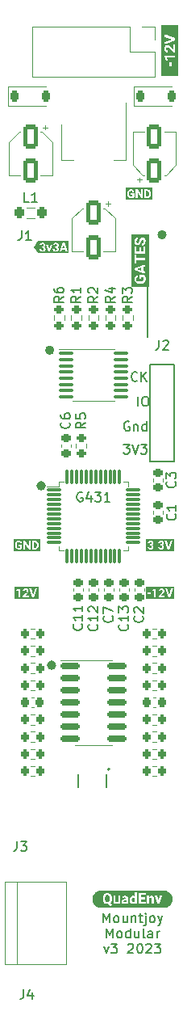
<source format=gbr>
%TF.GenerationSoftware,KiCad,Pcbnew,7.0.8*%
%TF.CreationDate,2023-10-17T17:14:39+01:00*%
%TF.ProjectId,QuadEnv_Components_3,51756164-456e-4765-9f43-6f6d706f6e65,rev?*%
%TF.SameCoordinates,Original*%
%TF.FileFunction,Legend,Top*%
%TF.FilePolarity,Positive*%
%FSLAX46Y46*%
G04 Gerber Fmt 4.6, Leading zero omitted, Abs format (unit mm)*
G04 Created by KiCad (PCBNEW 7.0.8) date 2023-10-17 17:14:39*
%MOMM*%
%LPD*%
G01*
G04 APERTURE LIST*
G04 Aperture macros list*
%AMRoundRect*
0 Rectangle with rounded corners*
0 $1 Rounding radius*
0 $2 $3 $4 $5 $6 $7 $8 $9 X,Y pos of 4 corners*
0 Add a 4 corners polygon primitive as box body*
4,1,4,$2,$3,$4,$5,$6,$7,$8,$9,$2,$3,0*
0 Add four circle primitives for the rounded corners*
1,1,$1+$1,$2,$3*
1,1,$1+$1,$4,$5*
1,1,$1+$1,$6,$7*
1,1,$1+$1,$8,$9*
0 Add four rect primitives between the rounded corners*
20,1,$1+$1,$2,$3,$4,$5,0*
20,1,$1+$1,$4,$5,$6,$7,0*
20,1,$1+$1,$6,$7,$8,$9,0*
20,1,$1+$1,$8,$9,$2,$3,0*%
G04 Aperture macros list end*
%ADD10C,0.475000*%
%ADD11C,0.200000*%
%ADD12C,0.150000*%
%ADD13C,0.120000*%
%ADD14C,0.127000*%
%ADD15RoundRect,0.200000X-0.200000X-0.275000X0.200000X-0.275000X0.200000X0.275000X-0.200000X0.275000X0*%
%ADD16R,0.600000X0.950000*%
%ADD17RoundRect,0.250000X-0.550000X1.050000X-0.550000X-1.050000X0.550000X-1.050000X0.550000X1.050000X0*%
%ADD18RoundRect,0.250000X0.550000X-1.050000X0.550000X1.050000X-0.550000X1.050000X-0.550000X-1.050000X0*%
%ADD19RoundRect,0.200000X0.275000X-0.200000X0.275000X0.200000X-0.275000X0.200000X-0.275000X-0.200000X0*%
%ADD20RoundRect,0.225000X0.250000X-0.225000X0.250000X0.225000X-0.250000X0.225000X-0.250000X-0.225000X0*%
%ADD21RoundRect,0.225000X-0.250000X0.225000X-0.250000X-0.225000X0.250000X-0.225000X0.250000X0.225000X0*%
%ADD22RoundRect,0.150000X-0.825000X-0.150000X0.825000X-0.150000X0.825000X0.150000X-0.825000X0.150000X0*%
%ADD23RoundRect,0.200000X0.200000X0.275000X-0.200000X0.275000X-0.200000X-0.275000X0.200000X-0.275000X0*%
%ADD24C,1.700000*%
%ADD25RoundRect,0.250000X0.275000X0.350000X-0.275000X0.350000X-0.275000X-0.350000X0.275000X-0.350000X0*%
%ADD26RoundRect,0.200000X-0.275000X0.200000X-0.275000X-0.200000X0.275000X-0.200000X0.275000X0.200000X0*%
%ADD27RoundRect,0.225000X-0.225000X-0.375000X0.225000X-0.375000X0.225000X0.375000X-0.225000X0.375000X0*%
%ADD28R,1.500000X2.000000*%
%ADD29R,3.800000X2.000000*%
%ADD30R,1.700000X1.700000*%
%ADD31O,1.700000X1.700000*%
%ADD32O,0.950000X1.250000*%
%ADD33O,1.550000X1.000000*%
%ADD34R,1.350000X0.400000*%
%ADD35RoundRect,0.225000X-0.225000X-0.250000X0.225000X-0.250000X0.225000X0.250000X-0.225000X0.250000X0*%
%ADD36RoundRect,0.100000X-0.637500X-0.100000X0.637500X-0.100000X0.637500X0.100000X-0.637500X0.100000X0*%
%ADD37RoundRect,0.075000X-0.662500X-0.075000X0.662500X-0.075000X0.662500X0.075000X-0.662500X0.075000X0*%
%ADD38RoundRect,0.075000X-0.075000X-0.662500X0.075000X-0.662500X0.075000X0.662500X-0.075000X0.662500X0*%
%ADD39RoundRect,0.225000X0.225000X0.250000X-0.225000X0.250000X-0.225000X-0.250000X0.225000X-0.250000X0*%
G04 APERTURE END LIST*
D10*
X66837500Y-73100000D02*
G75*
G03*
X66837500Y-73100000I-237500J0D01*
G01*
X55037500Y-85200000D02*
G75*
G03*
X55037500Y-85200000I-237500J0D01*
G01*
X55237500Y-118200000D02*
G75*
G03*
X55237500Y-118200000I-237500J0D01*
G01*
D11*
X65100000Y-78500000D02*
X65100000Y-83800000D01*
D10*
X54137500Y-99400000D02*
G75*
G03*
X54137500Y-99400000I-237500J0D01*
G01*
D12*
X58233333Y-100102438D02*
X58138095Y-100054819D01*
X58138095Y-100054819D02*
X57995238Y-100054819D01*
X57995238Y-100054819D02*
X57852381Y-100102438D01*
X57852381Y-100102438D02*
X57757143Y-100197676D01*
X57757143Y-100197676D02*
X57709524Y-100292914D01*
X57709524Y-100292914D02*
X57661905Y-100483390D01*
X57661905Y-100483390D02*
X57661905Y-100626247D01*
X57661905Y-100626247D02*
X57709524Y-100816723D01*
X57709524Y-100816723D02*
X57757143Y-100911961D01*
X57757143Y-100911961D02*
X57852381Y-101007200D01*
X57852381Y-101007200D02*
X57995238Y-101054819D01*
X57995238Y-101054819D02*
X58090476Y-101054819D01*
X58090476Y-101054819D02*
X58233333Y-101007200D01*
X58233333Y-101007200D02*
X58280952Y-100959580D01*
X58280952Y-100959580D02*
X58280952Y-100626247D01*
X58280952Y-100626247D02*
X58090476Y-100626247D01*
X59138095Y-100388152D02*
X59138095Y-101054819D01*
X58900000Y-100007200D02*
X58661905Y-100721485D01*
X58661905Y-100721485D02*
X59280952Y-100721485D01*
X59566667Y-100054819D02*
X60185714Y-100054819D01*
X60185714Y-100054819D02*
X59852381Y-100435771D01*
X59852381Y-100435771D02*
X59995238Y-100435771D01*
X59995238Y-100435771D02*
X60090476Y-100483390D01*
X60090476Y-100483390D02*
X60138095Y-100531009D01*
X60138095Y-100531009D02*
X60185714Y-100626247D01*
X60185714Y-100626247D02*
X60185714Y-100864342D01*
X60185714Y-100864342D02*
X60138095Y-100959580D01*
X60138095Y-100959580D02*
X60090476Y-101007200D01*
X60090476Y-101007200D02*
X59995238Y-101054819D01*
X59995238Y-101054819D02*
X59709524Y-101054819D01*
X59709524Y-101054819D02*
X59614286Y-101007200D01*
X59614286Y-101007200D02*
X59566667Y-100959580D01*
X61138095Y-101054819D02*
X60566667Y-101054819D01*
X60852381Y-101054819D02*
X60852381Y-100054819D01*
X60852381Y-100054819D02*
X60757143Y-100197676D01*
X60757143Y-100197676D02*
X60661905Y-100292914D01*
X60661905Y-100292914D02*
X60566667Y-100340533D01*
X52066666Y-152154819D02*
X52066666Y-152869104D01*
X52066666Y-152869104D02*
X52019047Y-153011961D01*
X52019047Y-153011961D02*
X51923809Y-153107200D01*
X51923809Y-153107200D02*
X51780952Y-153154819D01*
X51780952Y-153154819D02*
X51685714Y-153154819D01*
X52971428Y-152488152D02*
X52971428Y-153154819D01*
X52733333Y-152107200D02*
X52495238Y-152821485D01*
X52495238Y-152821485D02*
X53114285Y-152821485D01*
X60452381Y-145144819D02*
X60452381Y-144144819D01*
X60452381Y-144144819D02*
X60785714Y-144859104D01*
X60785714Y-144859104D02*
X61119047Y-144144819D01*
X61119047Y-144144819D02*
X61119047Y-145144819D01*
X61738095Y-145144819D02*
X61642857Y-145097200D01*
X61642857Y-145097200D02*
X61595238Y-145049580D01*
X61595238Y-145049580D02*
X61547619Y-144954342D01*
X61547619Y-144954342D02*
X61547619Y-144668628D01*
X61547619Y-144668628D02*
X61595238Y-144573390D01*
X61595238Y-144573390D02*
X61642857Y-144525771D01*
X61642857Y-144525771D02*
X61738095Y-144478152D01*
X61738095Y-144478152D02*
X61880952Y-144478152D01*
X61880952Y-144478152D02*
X61976190Y-144525771D01*
X61976190Y-144525771D02*
X62023809Y-144573390D01*
X62023809Y-144573390D02*
X62071428Y-144668628D01*
X62071428Y-144668628D02*
X62071428Y-144954342D01*
X62071428Y-144954342D02*
X62023809Y-145049580D01*
X62023809Y-145049580D02*
X61976190Y-145097200D01*
X61976190Y-145097200D02*
X61880952Y-145144819D01*
X61880952Y-145144819D02*
X61738095Y-145144819D01*
X62928571Y-144478152D02*
X62928571Y-145144819D01*
X62500000Y-144478152D02*
X62500000Y-145001961D01*
X62500000Y-145001961D02*
X62547619Y-145097200D01*
X62547619Y-145097200D02*
X62642857Y-145144819D01*
X62642857Y-145144819D02*
X62785714Y-145144819D01*
X62785714Y-145144819D02*
X62880952Y-145097200D01*
X62880952Y-145097200D02*
X62928571Y-145049580D01*
X63404762Y-144478152D02*
X63404762Y-145144819D01*
X63404762Y-144573390D02*
X63452381Y-144525771D01*
X63452381Y-144525771D02*
X63547619Y-144478152D01*
X63547619Y-144478152D02*
X63690476Y-144478152D01*
X63690476Y-144478152D02*
X63785714Y-144525771D01*
X63785714Y-144525771D02*
X63833333Y-144621009D01*
X63833333Y-144621009D02*
X63833333Y-145144819D01*
X64166667Y-144478152D02*
X64547619Y-144478152D01*
X64309524Y-144144819D02*
X64309524Y-145001961D01*
X64309524Y-145001961D02*
X64357143Y-145097200D01*
X64357143Y-145097200D02*
X64452381Y-145144819D01*
X64452381Y-145144819D02*
X64547619Y-145144819D01*
X64880953Y-144478152D02*
X64880953Y-145335295D01*
X64880953Y-145335295D02*
X64833334Y-145430533D01*
X64833334Y-145430533D02*
X64738096Y-145478152D01*
X64738096Y-145478152D02*
X64690477Y-145478152D01*
X64880953Y-144144819D02*
X64833334Y-144192438D01*
X64833334Y-144192438D02*
X64880953Y-144240057D01*
X64880953Y-144240057D02*
X64928572Y-144192438D01*
X64928572Y-144192438D02*
X64880953Y-144144819D01*
X64880953Y-144144819D02*
X64880953Y-144240057D01*
X65500000Y-145144819D02*
X65404762Y-145097200D01*
X65404762Y-145097200D02*
X65357143Y-145049580D01*
X65357143Y-145049580D02*
X65309524Y-144954342D01*
X65309524Y-144954342D02*
X65309524Y-144668628D01*
X65309524Y-144668628D02*
X65357143Y-144573390D01*
X65357143Y-144573390D02*
X65404762Y-144525771D01*
X65404762Y-144525771D02*
X65500000Y-144478152D01*
X65500000Y-144478152D02*
X65642857Y-144478152D01*
X65642857Y-144478152D02*
X65738095Y-144525771D01*
X65738095Y-144525771D02*
X65785714Y-144573390D01*
X65785714Y-144573390D02*
X65833333Y-144668628D01*
X65833333Y-144668628D02*
X65833333Y-144954342D01*
X65833333Y-144954342D02*
X65785714Y-145049580D01*
X65785714Y-145049580D02*
X65738095Y-145097200D01*
X65738095Y-145097200D02*
X65642857Y-145144819D01*
X65642857Y-145144819D02*
X65500000Y-145144819D01*
X66166667Y-144478152D02*
X66404762Y-145144819D01*
X66642857Y-144478152D02*
X66404762Y-145144819D01*
X66404762Y-145144819D02*
X66309524Y-145382914D01*
X66309524Y-145382914D02*
X66261905Y-145430533D01*
X66261905Y-145430533D02*
X66166667Y-145478152D01*
X60785714Y-146754819D02*
X60785714Y-145754819D01*
X60785714Y-145754819D02*
X61119047Y-146469104D01*
X61119047Y-146469104D02*
X61452380Y-145754819D01*
X61452380Y-145754819D02*
X61452380Y-146754819D01*
X62071428Y-146754819D02*
X61976190Y-146707200D01*
X61976190Y-146707200D02*
X61928571Y-146659580D01*
X61928571Y-146659580D02*
X61880952Y-146564342D01*
X61880952Y-146564342D02*
X61880952Y-146278628D01*
X61880952Y-146278628D02*
X61928571Y-146183390D01*
X61928571Y-146183390D02*
X61976190Y-146135771D01*
X61976190Y-146135771D02*
X62071428Y-146088152D01*
X62071428Y-146088152D02*
X62214285Y-146088152D01*
X62214285Y-146088152D02*
X62309523Y-146135771D01*
X62309523Y-146135771D02*
X62357142Y-146183390D01*
X62357142Y-146183390D02*
X62404761Y-146278628D01*
X62404761Y-146278628D02*
X62404761Y-146564342D01*
X62404761Y-146564342D02*
X62357142Y-146659580D01*
X62357142Y-146659580D02*
X62309523Y-146707200D01*
X62309523Y-146707200D02*
X62214285Y-146754819D01*
X62214285Y-146754819D02*
X62071428Y-146754819D01*
X63261904Y-146754819D02*
X63261904Y-145754819D01*
X63261904Y-146707200D02*
X63166666Y-146754819D01*
X63166666Y-146754819D02*
X62976190Y-146754819D01*
X62976190Y-146754819D02*
X62880952Y-146707200D01*
X62880952Y-146707200D02*
X62833333Y-146659580D01*
X62833333Y-146659580D02*
X62785714Y-146564342D01*
X62785714Y-146564342D02*
X62785714Y-146278628D01*
X62785714Y-146278628D02*
X62833333Y-146183390D01*
X62833333Y-146183390D02*
X62880952Y-146135771D01*
X62880952Y-146135771D02*
X62976190Y-146088152D01*
X62976190Y-146088152D02*
X63166666Y-146088152D01*
X63166666Y-146088152D02*
X63261904Y-146135771D01*
X64166666Y-146088152D02*
X64166666Y-146754819D01*
X63738095Y-146088152D02*
X63738095Y-146611961D01*
X63738095Y-146611961D02*
X63785714Y-146707200D01*
X63785714Y-146707200D02*
X63880952Y-146754819D01*
X63880952Y-146754819D02*
X64023809Y-146754819D01*
X64023809Y-146754819D02*
X64119047Y-146707200D01*
X64119047Y-146707200D02*
X64166666Y-146659580D01*
X64785714Y-146754819D02*
X64690476Y-146707200D01*
X64690476Y-146707200D02*
X64642857Y-146611961D01*
X64642857Y-146611961D02*
X64642857Y-145754819D01*
X65595238Y-146754819D02*
X65595238Y-146231009D01*
X65595238Y-146231009D02*
X65547619Y-146135771D01*
X65547619Y-146135771D02*
X65452381Y-146088152D01*
X65452381Y-146088152D02*
X65261905Y-146088152D01*
X65261905Y-146088152D02*
X65166667Y-146135771D01*
X65595238Y-146707200D02*
X65500000Y-146754819D01*
X65500000Y-146754819D02*
X65261905Y-146754819D01*
X65261905Y-146754819D02*
X65166667Y-146707200D01*
X65166667Y-146707200D02*
X65119048Y-146611961D01*
X65119048Y-146611961D02*
X65119048Y-146516723D01*
X65119048Y-146516723D02*
X65166667Y-146421485D01*
X65166667Y-146421485D02*
X65261905Y-146373866D01*
X65261905Y-146373866D02*
X65500000Y-146373866D01*
X65500000Y-146373866D02*
X65595238Y-146326247D01*
X66071429Y-146754819D02*
X66071429Y-146088152D01*
X66071429Y-146278628D02*
X66119048Y-146183390D01*
X66119048Y-146183390D02*
X66166667Y-146135771D01*
X66166667Y-146135771D02*
X66261905Y-146088152D01*
X66261905Y-146088152D02*
X66357143Y-146088152D01*
X60500000Y-147698152D02*
X60738095Y-148364819D01*
X60738095Y-148364819D02*
X60976190Y-147698152D01*
X61261905Y-147364819D02*
X61880952Y-147364819D01*
X61880952Y-147364819D02*
X61547619Y-147745771D01*
X61547619Y-147745771D02*
X61690476Y-147745771D01*
X61690476Y-147745771D02*
X61785714Y-147793390D01*
X61785714Y-147793390D02*
X61833333Y-147841009D01*
X61833333Y-147841009D02*
X61880952Y-147936247D01*
X61880952Y-147936247D02*
X61880952Y-148174342D01*
X61880952Y-148174342D02*
X61833333Y-148269580D01*
X61833333Y-148269580D02*
X61785714Y-148317200D01*
X61785714Y-148317200D02*
X61690476Y-148364819D01*
X61690476Y-148364819D02*
X61404762Y-148364819D01*
X61404762Y-148364819D02*
X61309524Y-148317200D01*
X61309524Y-148317200D02*
X61261905Y-148269580D01*
X63023810Y-147460057D02*
X63071429Y-147412438D01*
X63071429Y-147412438D02*
X63166667Y-147364819D01*
X63166667Y-147364819D02*
X63404762Y-147364819D01*
X63404762Y-147364819D02*
X63500000Y-147412438D01*
X63500000Y-147412438D02*
X63547619Y-147460057D01*
X63547619Y-147460057D02*
X63595238Y-147555295D01*
X63595238Y-147555295D02*
X63595238Y-147650533D01*
X63595238Y-147650533D02*
X63547619Y-147793390D01*
X63547619Y-147793390D02*
X62976191Y-148364819D01*
X62976191Y-148364819D02*
X63595238Y-148364819D01*
X64214286Y-147364819D02*
X64309524Y-147364819D01*
X64309524Y-147364819D02*
X64404762Y-147412438D01*
X64404762Y-147412438D02*
X64452381Y-147460057D01*
X64452381Y-147460057D02*
X64500000Y-147555295D01*
X64500000Y-147555295D02*
X64547619Y-147745771D01*
X64547619Y-147745771D02*
X64547619Y-147983866D01*
X64547619Y-147983866D02*
X64500000Y-148174342D01*
X64500000Y-148174342D02*
X64452381Y-148269580D01*
X64452381Y-148269580D02*
X64404762Y-148317200D01*
X64404762Y-148317200D02*
X64309524Y-148364819D01*
X64309524Y-148364819D02*
X64214286Y-148364819D01*
X64214286Y-148364819D02*
X64119048Y-148317200D01*
X64119048Y-148317200D02*
X64071429Y-148269580D01*
X64071429Y-148269580D02*
X64023810Y-148174342D01*
X64023810Y-148174342D02*
X63976191Y-147983866D01*
X63976191Y-147983866D02*
X63976191Y-147745771D01*
X63976191Y-147745771D02*
X64023810Y-147555295D01*
X64023810Y-147555295D02*
X64071429Y-147460057D01*
X64071429Y-147460057D02*
X64119048Y-147412438D01*
X64119048Y-147412438D02*
X64214286Y-147364819D01*
X64928572Y-147460057D02*
X64976191Y-147412438D01*
X64976191Y-147412438D02*
X65071429Y-147364819D01*
X65071429Y-147364819D02*
X65309524Y-147364819D01*
X65309524Y-147364819D02*
X65404762Y-147412438D01*
X65404762Y-147412438D02*
X65452381Y-147460057D01*
X65452381Y-147460057D02*
X65500000Y-147555295D01*
X65500000Y-147555295D02*
X65500000Y-147650533D01*
X65500000Y-147650533D02*
X65452381Y-147793390D01*
X65452381Y-147793390D02*
X64880953Y-148364819D01*
X64880953Y-148364819D02*
X65500000Y-148364819D01*
X65833334Y-147364819D02*
X66452381Y-147364819D01*
X66452381Y-147364819D02*
X66119048Y-147745771D01*
X66119048Y-147745771D02*
X66261905Y-147745771D01*
X66261905Y-147745771D02*
X66357143Y-147793390D01*
X66357143Y-147793390D02*
X66404762Y-147841009D01*
X66404762Y-147841009D02*
X66452381Y-147936247D01*
X66452381Y-147936247D02*
X66452381Y-148174342D01*
X66452381Y-148174342D02*
X66404762Y-148269580D01*
X66404762Y-148269580D02*
X66357143Y-148317200D01*
X66357143Y-148317200D02*
X66261905Y-148364819D01*
X66261905Y-148364819D02*
X65976191Y-148364819D01*
X65976191Y-148364819D02*
X65880953Y-148317200D01*
X65880953Y-148317200D02*
X65833334Y-148269580D01*
X51866666Y-72654819D02*
X51866666Y-73369104D01*
X51866666Y-73369104D02*
X51819047Y-73511961D01*
X51819047Y-73511961D02*
X51723809Y-73607200D01*
X51723809Y-73607200D02*
X51580952Y-73654819D01*
X51580952Y-73654819D02*
X51485714Y-73654819D01*
X52866666Y-73654819D02*
X52295238Y-73654819D01*
X52580952Y-73654819D02*
X52580952Y-72654819D01*
X52580952Y-72654819D02*
X52485714Y-72797676D01*
X52485714Y-72797676D02*
X52390476Y-72892914D01*
X52390476Y-72892914D02*
X52295238Y-72940533D01*
X51366666Y-136654819D02*
X51366666Y-137369104D01*
X51366666Y-137369104D02*
X51319047Y-137511961D01*
X51319047Y-137511961D02*
X51223809Y-137607200D01*
X51223809Y-137607200D02*
X51080952Y-137654819D01*
X51080952Y-137654819D02*
X50985714Y-137654819D01*
X51747619Y-136654819D02*
X52366666Y-136654819D01*
X52366666Y-136654819D02*
X52033333Y-137035771D01*
X52033333Y-137035771D02*
X52176190Y-137035771D01*
X52176190Y-137035771D02*
X52271428Y-137083390D01*
X52271428Y-137083390D02*
X52319047Y-137131009D01*
X52319047Y-137131009D02*
X52366666Y-137226247D01*
X52366666Y-137226247D02*
X52366666Y-137464342D01*
X52366666Y-137464342D02*
X52319047Y-137559580D01*
X52319047Y-137559580D02*
X52271428Y-137607200D01*
X52271428Y-137607200D02*
X52176190Y-137654819D01*
X52176190Y-137654819D02*
X51890476Y-137654819D01*
X51890476Y-137654819D02*
X51795238Y-137607200D01*
X51795238Y-137607200D02*
X51747619Y-137559580D01*
X66266666Y-84154819D02*
X66266666Y-84869104D01*
X66266666Y-84869104D02*
X66219047Y-85011961D01*
X66219047Y-85011961D02*
X66123809Y-85107200D01*
X66123809Y-85107200D02*
X65980952Y-85154819D01*
X65980952Y-85154819D02*
X65885714Y-85154819D01*
X66695238Y-84250057D02*
X66742857Y-84202438D01*
X66742857Y-84202438D02*
X66838095Y-84154819D01*
X66838095Y-84154819D02*
X67076190Y-84154819D01*
X67076190Y-84154819D02*
X67171428Y-84202438D01*
X67171428Y-84202438D02*
X67219047Y-84250057D01*
X67219047Y-84250057D02*
X67266666Y-84345295D01*
X67266666Y-84345295D02*
X67266666Y-84440533D01*
X67266666Y-84440533D02*
X67219047Y-84583390D01*
X67219047Y-84583390D02*
X66647619Y-85154819D01*
X66647619Y-85154819D02*
X67266666Y-85154819D01*
X63454819Y-79566666D02*
X62978628Y-79899999D01*
X63454819Y-80138094D02*
X62454819Y-80138094D01*
X62454819Y-80138094D02*
X62454819Y-79757142D01*
X62454819Y-79757142D02*
X62502438Y-79661904D01*
X62502438Y-79661904D02*
X62550057Y-79614285D01*
X62550057Y-79614285D02*
X62645295Y-79566666D01*
X62645295Y-79566666D02*
X62788152Y-79566666D01*
X62788152Y-79566666D02*
X62883390Y-79614285D01*
X62883390Y-79614285D02*
X62931009Y-79661904D01*
X62931009Y-79661904D02*
X62978628Y-79757142D01*
X62978628Y-79757142D02*
X62978628Y-80138094D01*
X62454819Y-79233332D02*
X62454819Y-78614285D01*
X62454819Y-78614285D02*
X62835771Y-78947618D01*
X62835771Y-78947618D02*
X62835771Y-78804761D01*
X62835771Y-78804761D02*
X62883390Y-78709523D01*
X62883390Y-78709523D02*
X62931009Y-78661904D01*
X62931009Y-78661904D02*
X63026247Y-78614285D01*
X63026247Y-78614285D02*
X63264342Y-78614285D01*
X63264342Y-78614285D02*
X63359580Y-78661904D01*
X63359580Y-78661904D02*
X63407200Y-78709523D01*
X63407200Y-78709523D02*
X63454819Y-78804761D01*
X63454819Y-78804761D02*
X63454819Y-79090475D01*
X63454819Y-79090475D02*
X63407200Y-79185713D01*
X63407200Y-79185713D02*
X63359580Y-79233332D01*
X58159580Y-113892857D02*
X58207200Y-113940476D01*
X58207200Y-113940476D02*
X58254819Y-114083333D01*
X58254819Y-114083333D02*
X58254819Y-114178571D01*
X58254819Y-114178571D02*
X58207200Y-114321428D01*
X58207200Y-114321428D02*
X58111961Y-114416666D01*
X58111961Y-114416666D02*
X58016723Y-114464285D01*
X58016723Y-114464285D02*
X57826247Y-114511904D01*
X57826247Y-114511904D02*
X57683390Y-114511904D01*
X57683390Y-114511904D02*
X57492914Y-114464285D01*
X57492914Y-114464285D02*
X57397676Y-114416666D01*
X57397676Y-114416666D02*
X57302438Y-114321428D01*
X57302438Y-114321428D02*
X57254819Y-114178571D01*
X57254819Y-114178571D02*
X57254819Y-114083333D01*
X57254819Y-114083333D02*
X57302438Y-113940476D01*
X57302438Y-113940476D02*
X57350057Y-113892857D01*
X58254819Y-112940476D02*
X58254819Y-113511904D01*
X58254819Y-113226190D02*
X57254819Y-113226190D01*
X57254819Y-113226190D02*
X57397676Y-113321428D01*
X57397676Y-113321428D02*
X57492914Y-113416666D01*
X57492914Y-113416666D02*
X57540533Y-113511904D01*
X58254819Y-111988095D02*
X58254819Y-112559523D01*
X58254819Y-112273809D02*
X57254819Y-112273809D01*
X57254819Y-112273809D02*
X57397676Y-112369047D01*
X57397676Y-112369047D02*
X57492914Y-112464285D01*
X57492914Y-112464285D02*
X57540533Y-112559523D01*
X61359580Y-113066666D02*
X61407200Y-113114285D01*
X61407200Y-113114285D02*
X61454819Y-113257142D01*
X61454819Y-113257142D02*
X61454819Y-113352380D01*
X61454819Y-113352380D02*
X61407200Y-113495237D01*
X61407200Y-113495237D02*
X61311961Y-113590475D01*
X61311961Y-113590475D02*
X61216723Y-113638094D01*
X61216723Y-113638094D02*
X61026247Y-113685713D01*
X61026247Y-113685713D02*
X60883390Y-113685713D01*
X60883390Y-113685713D02*
X60692914Y-113638094D01*
X60692914Y-113638094D02*
X60597676Y-113590475D01*
X60597676Y-113590475D02*
X60502438Y-113495237D01*
X60502438Y-113495237D02*
X60454819Y-113352380D01*
X60454819Y-113352380D02*
X60454819Y-113257142D01*
X60454819Y-113257142D02*
X60502438Y-113114285D01*
X60502438Y-113114285D02*
X60550057Y-113066666D01*
X60454819Y-112733332D02*
X60454819Y-112066666D01*
X60454819Y-112066666D02*
X61454819Y-112495237D01*
X61654819Y-79566666D02*
X61178628Y-79899999D01*
X61654819Y-80138094D02*
X60654819Y-80138094D01*
X60654819Y-80138094D02*
X60654819Y-79757142D01*
X60654819Y-79757142D02*
X60702438Y-79661904D01*
X60702438Y-79661904D02*
X60750057Y-79614285D01*
X60750057Y-79614285D02*
X60845295Y-79566666D01*
X60845295Y-79566666D02*
X60988152Y-79566666D01*
X60988152Y-79566666D02*
X61083390Y-79614285D01*
X61083390Y-79614285D02*
X61131009Y-79661904D01*
X61131009Y-79661904D02*
X61178628Y-79757142D01*
X61178628Y-79757142D02*
X61178628Y-80138094D01*
X60988152Y-78709523D02*
X61654819Y-78709523D01*
X60607200Y-78947618D02*
X61321485Y-79185713D01*
X61321485Y-79185713D02*
X61321485Y-78566666D01*
X52633333Y-69654819D02*
X52157143Y-69654819D01*
X52157143Y-69654819D02*
X52157143Y-68654819D01*
X53490476Y-69654819D02*
X52919048Y-69654819D01*
X53204762Y-69654819D02*
X53204762Y-68654819D01*
X53204762Y-68654819D02*
X53109524Y-68797676D01*
X53109524Y-68797676D02*
X53014286Y-68892914D01*
X53014286Y-68892914D02*
X52919048Y-68940533D01*
X58554819Y-92766666D02*
X58078628Y-93099999D01*
X58554819Y-93338094D02*
X57554819Y-93338094D01*
X57554819Y-93338094D02*
X57554819Y-92957142D01*
X57554819Y-92957142D02*
X57602438Y-92861904D01*
X57602438Y-92861904D02*
X57650057Y-92814285D01*
X57650057Y-92814285D02*
X57745295Y-92766666D01*
X57745295Y-92766666D02*
X57888152Y-92766666D01*
X57888152Y-92766666D02*
X57983390Y-92814285D01*
X57983390Y-92814285D02*
X58031009Y-92861904D01*
X58031009Y-92861904D02*
X58078628Y-92957142D01*
X58078628Y-92957142D02*
X58078628Y-93338094D01*
X57554819Y-91861904D02*
X57554819Y-92338094D01*
X57554819Y-92338094D02*
X58031009Y-92385713D01*
X58031009Y-92385713D02*
X57983390Y-92338094D01*
X57983390Y-92338094D02*
X57935771Y-92242856D01*
X57935771Y-92242856D02*
X57935771Y-92004761D01*
X57935771Y-92004761D02*
X57983390Y-91909523D01*
X57983390Y-91909523D02*
X58031009Y-91861904D01*
X58031009Y-91861904D02*
X58126247Y-91814285D01*
X58126247Y-91814285D02*
X58364342Y-91814285D01*
X58364342Y-91814285D02*
X58459580Y-91861904D01*
X58459580Y-91861904D02*
X58507200Y-91909523D01*
X58507200Y-91909523D02*
X58554819Y-92004761D01*
X58554819Y-92004761D02*
X58554819Y-92242856D01*
X58554819Y-92242856D02*
X58507200Y-92338094D01*
X58507200Y-92338094D02*
X58459580Y-92385713D01*
X67959580Y-98966666D02*
X68007200Y-99014285D01*
X68007200Y-99014285D02*
X68054819Y-99157142D01*
X68054819Y-99157142D02*
X68054819Y-99252380D01*
X68054819Y-99252380D02*
X68007200Y-99395237D01*
X68007200Y-99395237D02*
X67911961Y-99490475D01*
X67911961Y-99490475D02*
X67816723Y-99538094D01*
X67816723Y-99538094D02*
X67626247Y-99585713D01*
X67626247Y-99585713D02*
X67483390Y-99585713D01*
X67483390Y-99585713D02*
X67292914Y-99538094D01*
X67292914Y-99538094D02*
X67197676Y-99490475D01*
X67197676Y-99490475D02*
X67102438Y-99395237D01*
X67102438Y-99395237D02*
X67054819Y-99252380D01*
X67054819Y-99252380D02*
X67054819Y-99157142D01*
X67054819Y-99157142D02*
X67102438Y-99014285D01*
X67102438Y-99014285D02*
X67150057Y-98966666D01*
X67054819Y-98633332D02*
X67054819Y-98014285D01*
X67054819Y-98014285D02*
X67435771Y-98347618D01*
X67435771Y-98347618D02*
X67435771Y-98204761D01*
X67435771Y-98204761D02*
X67483390Y-98109523D01*
X67483390Y-98109523D02*
X67531009Y-98061904D01*
X67531009Y-98061904D02*
X67626247Y-98014285D01*
X67626247Y-98014285D02*
X67864342Y-98014285D01*
X67864342Y-98014285D02*
X67959580Y-98061904D01*
X67959580Y-98061904D02*
X68007200Y-98109523D01*
X68007200Y-98109523D02*
X68054819Y-98204761D01*
X68054819Y-98204761D02*
X68054819Y-98490475D01*
X68054819Y-98490475D02*
X68007200Y-98585713D01*
X68007200Y-98585713D02*
X67959580Y-98633332D01*
X59759580Y-113942857D02*
X59807200Y-113990476D01*
X59807200Y-113990476D02*
X59854819Y-114133333D01*
X59854819Y-114133333D02*
X59854819Y-114228571D01*
X59854819Y-114228571D02*
X59807200Y-114371428D01*
X59807200Y-114371428D02*
X59711961Y-114466666D01*
X59711961Y-114466666D02*
X59616723Y-114514285D01*
X59616723Y-114514285D02*
X59426247Y-114561904D01*
X59426247Y-114561904D02*
X59283390Y-114561904D01*
X59283390Y-114561904D02*
X59092914Y-114514285D01*
X59092914Y-114514285D02*
X58997676Y-114466666D01*
X58997676Y-114466666D02*
X58902438Y-114371428D01*
X58902438Y-114371428D02*
X58854819Y-114228571D01*
X58854819Y-114228571D02*
X58854819Y-114133333D01*
X58854819Y-114133333D02*
X58902438Y-113990476D01*
X58902438Y-113990476D02*
X58950057Y-113942857D01*
X59854819Y-112990476D02*
X59854819Y-113561904D01*
X59854819Y-113276190D02*
X58854819Y-113276190D01*
X58854819Y-113276190D02*
X58997676Y-113371428D01*
X58997676Y-113371428D02*
X59092914Y-113466666D01*
X59092914Y-113466666D02*
X59140533Y-113561904D01*
X58950057Y-112609523D02*
X58902438Y-112561904D01*
X58902438Y-112561904D02*
X58854819Y-112466666D01*
X58854819Y-112466666D02*
X58854819Y-112228571D01*
X58854819Y-112228571D02*
X58902438Y-112133333D01*
X58902438Y-112133333D02*
X58950057Y-112085714D01*
X58950057Y-112085714D02*
X59045295Y-112038095D01*
X59045295Y-112038095D02*
X59140533Y-112038095D01*
X59140533Y-112038095D02*
X59283390Y-112085714D01*
X59283390Y-112085714D02*
X59854819Y-112657142D01*
X59854819Y-112657142D02*
X59854819Y-112038095D01*
X56254819Y-79566666D02*
X55778628Y-79899999D01*
X56254819Y-80138094D02*
X55254819Y-80138094D01*
X55254819Y-80138094D02*
X55254819Y-79757142D01*
X55254819Y-79757142D02*
X55302438Y-79661904D01*
X55302438Y-79661904D02*
X55350057Y-79614285D01*
X55350057Y-79614285D02*
X55445295Y-79566666D01*
X55445295Y-79566666D02*
X55588152Y-79566666D01*
X55588152Y-79566666D02*
X55683390Y-79614285D01*
X55683390Y-79614285D02*
X55731009Y-79661904D01*
X55731009Y-79661904D02*
X55778628Y-79757142D01*
X55778628Y-79757142D02*
X55778628Y-80138094D01*
X55254819Y-78709523D02*
X55254819Y-78899999D01*
X55254819Y-78899999D02*
X55302438Y-78995237D01*
X55302438Y-78995237D02*
X55350057Y-79042856D01*
X55350057Y-79042856D02*
X55492914Y-79138094D01*
X55492914Y-79138094D02*
X55683390Y-79185713D01*
X55683390Y-79185713D02*
X56064342Y-79185713D01*
X56064342Y-79185713D02*
X56159580Y-79138094D01*
X56159580Y-79138094D02*
X56207200Y-79090475D01*
X56207200Y-79090475D02*
X56254819Y-78995237D01*
X56254819Y-78995237D02*
X56254819Y-78804761D01*
X56254819Y-78804761D02*
X56207200Y-78709523D01*
X56207200Y-78709523D02*
X56159580Y-78661904D01*
X56159580Y-78661904D02*
X56064342Y-78614285D01*
X56064342Y-78614285D02*
X55826247Y-78614285D01*
X55826247Y-78614285D02*
X55731009Y-78661904D01*
X55731009Y-78661904D02*
X55683390Y-78709523D01*
X55683390Y-78709523D02*
X55635771Y-78804761D01*
X55635771Y-78804761D02*
X55635771Y-78995237D01*
X55635771Y-78995237D02*
X55683390Y-79090475D01*
X55683390Y-79090475D02*
X55731009Y-79138094D01*
X55731009Y-79138094D02*
X55826247Y-79185713D01*
X67989580Y-102366666D02*
X68037200Y-102414285D01*
X68037200Y-102414285D02*
X68084819Y-102557142D01*
X68084819Y-102557142D02*
X68084819Y-102652380D01*
X68084819Y-102652380D02*
X68037200Y-102795237D01*
X68037200Y-102795237D02*
X67941961Y-102890475D01*
X67941961Y-102890475D02*
X67846723Y-102938094D01*
X67846723Y-102938094D02*
X67656247Y-102985713D01*
X67656247Y-102985713D02*
X67513390Y-102985713D01*
X67513390Y-102985713D02*
X67322914Y-102938094D01*
X67322914Y-102938094D02*
X67227676Y-102890475D01*
X67227676Y-102890475D02*
X67132438Y-102795237D01*
X67132438Y-102795237D02*
X67084819Y-102652380D01*
X67084819Y-102652380D02*
X67084819Y-102557142D01*
X67084819Y-102557142D02*
X67132438Y-102414285D01*
X67132438Y-102414285D02*
X67180057Y-102366666D01*
X68084819Y-101414285D02*
X68084819Y-101985713D01*
X68084819Y-101699999D02*
X67084819Y-101699999D01*
X67084819Y-101699999D02*
X67227676Y-101795237D01*
X67227676Y-101795237D02*
X67322914Y-101890475D01*
X67322914Y-101890475D02*
X67370533Y-101985713D01*
X58054819Y-79566666D02*
X57578628Y-79899999D01*
X58054819Y-80138094D02*
X57054819Y-80138094D01*
X57054819Y-80138094D02*
X57054819Y-79757142D01*
X57054819Y-79757142D02*
X57102438Y-79661904D01*
X57102438Y-79661904D02*
X57150057Y-79614285D01*
X57150057Y-79614285D02*
X57245295Y-79566666D01*
X57245295Y-79566666D02*
X57388152Y-79566666D01*
X57388152Y-79566666D02*
X57483390Y-79614285D01*
X57483390Y-79614285D02*
X57531009Y-79661904D01*
X57531009Y-79661904D02*
X57578628Y-79757142D01*
X57578628Y-79757142D02*
X57578628Y-80138094D01*
X58054819Y-78614285D02*
X58054819Y-79185713D01*
X58054819Y-78899999D02*
X57054819Y-78899999D01*
X57054819Y-78899999D02*
X57197676Y-78995237D01*
X57197676Y-78995237D02*
X57292914Y-79090475D01*
X57292914Y-79090475D02*
X57340533Y-79185713D01*
X56859580Y-92766666D02*
X56907200Y-92814285D01*
X56907200Y-92814285D02*
X56954819Y-92957142D01*
X56954819Y-92957142D02*
X56954819Y-93052380D01*
X56954819Y-93052380D02*
X56907200Y-93195237D01*
X56907200Y-93195237D02*
X56811961Y-93290475D01*
X56811961Y-93290475D02*
X56716723Y-93338094D01*
X56716723Y-93338094D02*
X56526247Y-93385713D01*
X56526247Y-93385713D02*
X56383390Y-93385713D01*
X56383390Y-93385713D02*
X56192914Y-93338094D01*
X56192914Y-93338094D02*
X56097676Y-93290475D01*
X56097676Y-93290475D02*
X56002438Y-93195237D01*
X56002438Y-93195237D02*
X55954819Y-93052380D01*
X55954819Y-93052380D02*
X55954819Y-92957142D01*
X55954819Y-92957142D02*
X56002438Y-92814285D01*
X56002438Y-92814285D02*
X56050057Y-92766666D01*
X55954819Y-91909523D02*
X55954819Y-92099999D01*
X55954819Y-92099999D02*
X56002438Y-92195237D01*
X56002438Y-92195237D02*
X56050057Y-92242856D01*
X56050057Y-92242856D02*
X56192914Y-92338094D01*
X56192914Y-92338094D02*
X56383390Y-92385713D01*
X56383390Y-92385713D02*
X56764342Y-92385713D01*
X56764342Y-92385713D02*
X56859580Y-92338094D01*
X56859580Y-92338094D02*
X56907200Y-92290475D01*
X56907200Y-92290475D02*
X56954819Y-92195237D01*
X56954819Y-92195237D02*
X56954819Y-92004761D01*
X56954819Y-92004761D02*
X56907200Y-91909523D01*
X56907200Y-91909523D02*
X56859580Y-91861904D01*
X56859580Y-91861904D02*
X56764342Y-91814285D01*
X56764342Y-91814285D02*
X56526247Y-91814285D01*
X56526247Y-91814285D02*
X56431009Y-91861904D01*
X56431009Y-91861904D02*
X56383390Y-91909523D01*
X56383390Y-91909523D02*
X56335771Y-92004761D01*
X56335771Y-92004761D02*
X56335771Y-92195237D01*
X56335771Y-92195237D02*
X56383390Y-92290475D01*
X56383390Y-92290475D02*
X56431009Y-92338094D01*
X56431009Y-92338094D02*
X56526247Y-92385713D01*
X64559580Y-113066666D02*
X64607200Y-113114285D01*
X64607200Y-113114285D02*
X64654819Y-113257142D01*
X64654819Y-113257142D02*
X64654819Y-113352380D01*
X64654819Y-113352380D02*
X64607200Y-113495237D01*
X64607200Y-113495237D02*
X64511961Y-113590475D01*
X64511961Y-113590475D02*
X64416723Y-113638094D01*
X64416723Y-113638094D02*
X64226247Y-113685713D01*
X64226247Y-113685713D02*
X64083390Y-113685713D01*
X64083390Y-113685713D02*
X63892914Y-113638094D01*
X63892914Y-113638094D02*
X63797676Y-113590475D01*
X63797676Y-113590475D02*
X63702438Y-113495237D01*
X63702438Y-113495237D02*
X63654819Y-113352380D01*
X63654819Y-113352380D02*
X63654819Y-113257142D01*
X63654819Y-113257142D02*
X63702438Y-113114285D01*
X63702438Y-113114285D02*
X63750057Y-113066666D01*
X63750057Y-112685713D02*
X63702438Y-112638094D01*
X63702438Y-112638094D02*
X63654819Y-112542856D01*
X63654819Y-112542856D02*
X63654819Y-112304761D01*
X63654819Y-112304761D02*
X63702438Y-112209523D01*
X63702438Y-112209523D02*
X63750057Y-112161904D01*
X63750057Y-112161904D02*
X63845295Y-112114285D01*
X63845295Y-112114285D02*
X63940533Y-112114285D01*
X63940533Y-112114285D02*
X64083390Y-112161904D01*
X64083390Y-112161904D02*
X64654819Y-112733332D01*
X64654819Y-112733332D02*
X64654819Y-112114285D01*
X63157142Y-92702438D02*
X63061904Y-92654819D01*
X63061904Y-92654819D02*
X62919047Y-92654819D01*
X62919047Y-92654819D02*
X62776190Y-92702438D01*
X62776190Y-92702438D02*
X62680952Y-92797676D01*
X62680952Y-92797676D02*
X62633333Y-92892914D01*
X62633333Y-92892914D02*
X62585714Y-93083390D01*
X62585714Y-93083390D02*
X62585714Y-93226247D01*
X62585714Y-93226247D02*
X62633333Y-93416723D01*
X62633333Y-93416723D02*
X62680952Y-93511961D01*
X62680952Y-93511961D02*
X62776190Y-93607200D01*
X62776190Y-93607200D02*
X62919047Y-93654819D01*
X62919047Y-93654819D02*
X63014285Y-93654819D01*
X63014285Y-93654819D02*
X63157142Y-93607200D01*
X63157142Y-93607200D02*
X63204761Y-93559580D01*
X63204761Y-93559580D02*
X63204761Y-93226247D01*
X63204761Y-93226247D02*
X63014285Y-93226247D01*
X63633333Y-92988152D02*
X63633333Y-93654819D01*
X63633333Y-93083390D02*
X63680952Y-93035771D01*
X63680952Y-93035771D02*
X63776190Y-92988152D01*
X63776190Y-92988152D02*
X63919047Y-92988152D01*
X63919047Y-92988152D02*
X64014285Y-93035771D01*
X64014285Y-93035771D02*
X64061904Y-93131009D01*
X64061904Y-93131009D02*
X64061904Y-93654819D01*
X64966666Y-93654819D02*
X64966666Y-92654819D01*
X64966666Y-93607200D02*
X64871428Y-93654819D01*
X64871428Y-93654819D02*
X64680952Y-93654819D01*
X64680952Y-93654819D02*
X64585714Y-93607200D01*
X64585714Y-93607200D02*
X64538095Y-93559580D01*
X64538095Y-93559580D02*
X64490476Y-93464342D01*
X64490476Y-93464342D02*
X64490476Y-93178628D01*
X64490476Y-93178628D02*
X64538095Y-93083390D01*
X64538095Y-93083390D02*
X64585714Y-93035771D01*
X64585714Y-93035771D02*
X64680952Y-92988152D01*
X64680952Y-92988152D02*
X64871428Y-92988152D01*
X64871428Y-92988152D02*
X64966666Y-93035771D01*
X64009523Y-88359580D02*
X63961904Y-88407200D01*
X63961904Y-88407200D02*
X63819047Y-88454819D01*
X63819047Y-88454819D02*
X63723809Y-88454819D01*
X63723809Y-88454819D02*
X63580952Y-88407200D01*
X63580952Y-88407200D02*
X63485714Y-88311961D01*
X63485714Y-88311961D02*
X63438095Y-88216723D01*
X63438095Y-88216723D02*
X63390476Y-88026247D01*
X63390476Y-88026247D02*
X63390476Y-87883390D01*
X63390476Y-87883390D02*
X63438095Y-87692914D01*
X63438095Y-87692914D02*
X63485714Y-87597676D01*
X63485714Y-87597676D02*
X63580952Y-87502438D01*
X63580952Y-87502438D02*
X63723809Y-87454819D01*
X63723809Y-87454819D02*
X63819047Y-87454819D01*
X63819047Y-87454819D02*
X63961904Y-87502438D01*
X63961904Y-87502438D02*
X64009523Y-87550057D01*
X64438095Y-88454819D02*
X64438095Y-87454819D01*
X65009523Y-88454819D02*
X64580952Y-87883390D01*
X65009523Y-87454819D02*
X64438095Y-88026247D01*
X64076191Y-91054819D02*
X64076191Y-90054819D01*
X64742857Y-90054819D02*
X64933333Y-90054819D01*
X64933333Y-90054819D02*
X65028571Y-90102438D01*
X65028571Y-90102438D02*
X65123809Y-90197676D01*
X65123809Y-90197676D02*
X65171428Y-90388152D01*
X65171428Y-90388152D02*
X65171428Y-90721485D01*
X65171428Y-90721485D02*
X65123809Y-90911961D01*
X65123809Y-90911961D02*
X65028571Y-91007200D01*
X65028571Y-91007200D02*
X64933333Y-91054819D01*
X64933333Y-91054819D02*
X64742857Y-91054819D01*
X64742857Y-91054819D02*
X64647619Y-91007200D01*
X64647619Y-91007200D02*
X64552381Y-90911961D01*
X64552381Y-90911961D02*
X64504762Y-90721485D01*
X64504762Y-90721485D02*
X64504762Y-90388152D01*
X64504762Y-90388152D02*
X64552381Y-90197676D01*
X64552381Y-90197676D02*
X64647619Y-90102438D01*
X64647619Y-90102438D02*
X64742857Y-90054819D01*
X62561905Y-95054819D02*
X63180952Y-95054819D01*
X63180952Y-95054819D02*
X62847619Y-95435771D01*
X62847619Y-95435771D02*
X62990476Y-95435771D01*
X62990476Y-95435771D02*
X63085714Y-95483390D01*
X63085714Y-95483390D02*
X63133333Y-95531009D01*
X63133333Y-95531009D02*
X63180952Y-95626247D01*
X63180952Y-95626247D02*
X63180952Y-95864342D01*
X63180952Y-95864342D02*
X63133333Y-95959580D01*
X63133333Y-95959580D02*
X63085714Y-96007200D01*
X63085714Y-96007200D02*
X62990476Y-96054819D01*
X62990476Y-96054819D02*
X62704762Y-96054819D01*
X62704762Y-96054819D02*
X62609524Y-96007200D01*
X62609524Y-96007200D02*
X62561905Y-95959580D01*
X63466667Y-95054819D02*
X63800000Y-96054819D01*
X63800000Y-96054819D02*
X64133333Y-95054819D01*
X64371429Y-95054819D02*
X64990476Y-95054819D01*
X64990476Y-95054819D02*
X64657143Y-95435771D01*
X64657143Y-95435771D02*
X64800000Y-95435771D01*
X64800000Y-95435771D02*
X64895238Y-95483390D01*
X64895238Y-95483390D02*
X64942857Y-95531009D01*
X64942857Y-95531009D02*
X64990476Y-95626247D01*
X64990476Y-95626247D02*
X64990476Y-95864342D01*
X64990476Y-95864342D02*
X64942857Y-95959580D01*
X64942857Y-95959580D02*
X64895238Y-96007200D01*
X64895238Y-96007200D02*
X64800000Y-96054819D01*
X64800000Y-96054819D02*
X64514286Y-96054819D01*
X64514286Y-96054819D02*
X64419048Y-96007200D01*
X64419048Y-96007200D02*
X64371429Y-95959580D01*
X59854819Y-79566666D02*
X59378628Y-79899999D01*
X59854819Y-80138094D02*
X58854819Y-80138094D01*
X58854819Y-80138094D02*
X58854819Y-79757142D01*
X58854819Y-79757142D02*
X58902438Y-79661904D01*
X58902438Y-79661904D02*
X58950057Y-79614285D01*
X58950057Y-79614285D02*
X59045295Y-79566666D01*
X59045295Y-79566666D02*
X59188152Y-79566666D01*
X59188152Y-79566666D02*
X59283390Y-79614285D01*
X59283390Y-79614285D02*
X59331009Y-79661904D01*
X59331009Y-79661904D02*
X59378628Y-79757142D01*
X59378628Y-79757142D02*
X59378628Y-80138094D01*
X58950057Y-79185713D02*
X58902438Y-79138094D01*
X58902438Y-79138094D02*
X58854819Y-79042856D01*
X58854819Y-79042856D02*
X58854819Y-78804761D01*
X58854819Y-78804761D02*
X58902438Y-78709523D01*
X58902438Y-78709523D02*
X58950057Y-78661904D01*
X58950057Y-78661904D02*
X59045295Y-78614285D01*
X59045295Y-78614285D02*
X59140533Y-78614285D01*
X59140533Y-78614285D02*
X59283390Y-78661904D01*
X59283390Y-78661904D02*
X59854819Y-79233332D01*
X59854819Y-79233332D02*
X59854819Y-78614285D01*
X62959580Y-113942857D02*
X63007200Y-113990476D01*
X63007200Y-113990476D02*
X63054819Y-114133333D01*
X63054819Y-114133333D02*
X63054819Y-114228571D01*
X63054819Y-114228571D02*
X63007200Y-114371428D01*
X63007200Y-114371428D02*
X62911961Y-114466666D01*
X62911961Y-114466666D02*
X62816723Y-114514285D01*
X62816723Y-114514285D02*
X62626247Y-114561904D01*
X62626247Y-114561904D02*
X62483390Y-114561904D01*
X62483390Y-114561904D02*
X62292914Y-114514285D01*
X62292914Y-114514285D02*
X62197676Y-114466666D01*
X62197676Y-114466666D02*
X62102438Y-114371428D01*
X62102438Y-114371428D02*
X62054819Y-114228571D01*
X62054819Y-114228571D02*
X62054819Y-114133333D01*
X62054819Y-114133333D02*
X62102438Y-113990476D01*
X62102438Y-113990476D02*
X62150057Y-113942857D01*
X63054819Y-112990476D02*
X63054819Y-113561904D01*
X63054819Y-113276190D02*
X62054819Y-113276190D01*
X62054819Y-113276190D02*
X62197676Y-113371428D01*
X62197676Y-113371428D02*
X62292914Y-113466666D01*
X62292914Y-113466666D02*
X62340533Y-113561904D01*
X62054819Y-112657142D02*
X62054819Y-112038095D01*
X62054819Y-112038095D02*
X62435771Y-112371428D01*
X62435771Y-112371428D02*
X62435771Y-112228571D01*
X62435771Y-112228571D02*
X62483390Y-112133333D01*
X62483390Y-112133333D02*
X62531009Y-112085714D01*
X62531009Y-112085714D02*
X62626247Y-112038095D01*
X62626247Y-112038095D02*
X62864342Y-112038095D01*
X62864342Y-112038095D02*
X62959580Y-112085714D01*
X62959580Y-112085714D02*
X63007200Y-112133333D01*
X63007200Y-112133333D02*
X63054819Y-112228571D01*
X63054819Y-112228571D02*
X63054819Y-112514285D01*
X63054819Y-112514285D02*
X63007200Y-112609523D01*
X63007200Y-112609523D02*
X62959580Y-112657142D01*
D13*
%TO.C,R22*%
X65562742Y-126977500D02*
X66037258Y-126977500D01*
X65562742Y-128022500D02*
X66037258Y-128022500D01*
D14*
%TO.C,U5*%
X60800000Y-129600000D02*
X60800000Y-131000000D01*
X57800000Y-131000000D02*
X57800000Y-129600000D01*
D11*
X61100000Y-129100000D02*
G75*
G03*
X61100000Y-129100000I-100000J0D01*
G01*
D13*
%TO.C,C4*%
X54360000Y-61600000D02*
X54360000Y-62100000D01*
X54610000Y-61850000D02*
X54110000Y-61850000D01*
X53995563Y-62340000D02*
X53860000Y-62340000D01*
X53995563Y-62340000D02*
X55060000Y-63404437D01*
X51604437Y-62340000D02*
X51740000Y-62340000D01*
X51604437Y-62340000D02*
X50540000Y-63404437D01*
X55060000Y-63404437D02*
X55060000Y-66860000D01*
X50540000Y-63404437D02*
X50540000Y-66860000D01*
X55060000Y-66860000D02*
X53860000Y-66860000D01*
X50540000Y-66860000D02*
X51740000Y-66860000D01*
%TO.C,C5*%
X64240000Y-67600000D02*
X64240000Y-67100000D01*
X63990000Y-67350000D02*
X64490000Y-67350000D01*
X64604437Y-66860000D02*
X64740000Y-66860000D01*
X64604437Y-66860000D02*
X63540000Y-65795563D01*
X66995563Y-66860000D02*
X66860000Y-66860000D01*
X66995563Y-66860000D02*
X68060000Y-65795563D01*
X63540000Y-65795563D02*
X63540000Y-62340000D01*
X68060000Y-65795563D02*
X68060000Y-62340000D01*
X63540000Y-62340000D02*
X64740000Y-62340000D01*
X68060000Y-62340000D02*
X66860000Y-62340000D01*
%TO.C,R3*%
X62477500Y-82037258D02*
X62477500Y-81562742D01*
X63522500Y-82037258D02*
X63522500Y-81562742D01*
%TO.C,C11*%
X57290000Y-110440580D02*
X57290000Y-110159420D01*
X58310000Y-110440580D02*
X58310000Y-110159420D01*
%TO.C,R16*%
X65562742Y-117977500D02*
X66037258Y-117977500D01*
X65562742Y-119022500D02*
X66037258Y-119022500D01*
%TO.C,C7*%
X61510000Y-110159420D02*
X61510000Y-110440580D01*
X60490000Y-110159420D02*
X60490000Y-110440580D01*
%TO.C,U4*%
X59400000Y-117665000D02*
X55950000Y-117665000D01*
X59400000Y-117665000D02*
X61350000Y-117665000D01*
X59400000Y-126535000D02*
X57450000Y-126535000D01*
X59400000Y-126535000D02*
X61350000Y-126535000D01*
%TO.C,R4*%
X60677500Y-82037258D02*
X60677500Y-81562742D01*
X61722500Y-82037258D02*
X61722500Y-81562742D01*
%TO.C,R9*%
X53237258Y-120822500D02*
X52762742Y-120822500D01*
X53237258Y-119777500D02*
X52762742Y-119777500D01*
%TO.C,kibuzzard-6409FE57*%
G36*
X53321339Y-105316994D02*
G01*
X53391567Y-105370247D01*
X53423262Y-105424989D01*
X53442279Y-105494546D01*
X53448618Y-105578916D01*
X53448618Y-105626665D01*
X53441521Y-105708314D01*
X53421884Y-105776320D01*
X53389707Y-105830684D01*
X53319169Y-105884169D01*
X53222896Y-105901997D01*
X53132979Y-105901997D01*
X53132979Y-105299243D01*
X53224756Y-105299243D01*
X53321339Y-105316994D01*
G37*
G36*
X53795884Y-106222598D02*
G01*
X53637134Y-106222598D01*
X52946943Y-106222598D01*
X52784473Y-106222598D01*
X51554160Y-106222598D01*
X51162866Y-106222598D01*
X51004116Y-106222598D01*
X51004116Y-105635347D01*
X51162866Y-105635347D01*
X51168895Y-105719200D01*
X51185328Y-105795475D01*
X51212166Y-105864170D01*
X51270302Y-105949979D01*
X51348591Y-106012688D01*
X51410706Y-106041110D01*
X51479229Y-106058163D01*
X51554160Y-106063848D01*
X51660820Y-106055554D01*
X51757559Y-106030671D01*
X51838949Y-105990751D01*
X51899565Y-105937344D01*
X51899565Y-105577056D01*
X51544238Y-105577056D01*
X51544238Y-105714102D01*
X51713530Y-105714102D01*
X51713530Y-105869751D01*
X51653844Y-105903237D01*
X51564082Y-105914399D01*
X51472460Y-105896261D01*
X51405952Y-105841846D01*
X51375980Y-105785760D01*
X51357996Y-105714239D01*
X51352002Y-105627285D01*
X51352002Y-105569614D01*
X51357859Y-105483487D01*
X51374602Y-105412794D01*
X51402231Y-105357534D01*
X51463158Y-105304049D01*
X51546719Y-105286221D01*
X51613149Y-105295212D01*
X51663611Y-105322187D01*
X51698570Y-105368541D01*
X51718491Y-105435669D01*
X51899565Y-105435669D01*
X51880204Y-105345855D01*
X51844444Y-105271545D01*
X51792285Y-105212737D01*
X51724141Y-105170190D01*
X51653192Y-105148555D01*
X52050254Y-105148555D01*
X52050254Y-106051445D01*
X52236289Y-106051445D01*
X52236289Y-105457373D01*
X52598438Y-106051445D01*
X52784473Y-106051445D01*
X52784473Y-105148555D01*
X52946943Y-105148555D01*
X52946943Y-106051445D01*
X53226616Y-106051445D01*
X53302891Y-106045106D01*
X53373791Y-106026916D01*
X53439316Y-105996875D01*
X53497435Y-105956016D01*
X53546114Y-105905373D01*
X53585354Y-105844946D01*
X53614121Y-105776527D01*
X53631380Y-105701906D01*
X53637134Y-105621084D01*
X53637134Y-105579536D01*
X53631277Y-105498611D01*
X53613707Y-105423680D01*
X53584424Y-105354744D01*
X53544702Y-105293834D01*
X53495816Y-105242985D01*
X53437766Y-105202195D01*
X53372344Y-105172395D01*
X53301340Y-105154515D01*
X53224756Y-105148555D01*
X52946943Y-105148555D01*
X52784473Y-105148555D01*
X52599058Y-105148555D01*
X52599058Y-105743867D01*
X52236289Y-105148555D01*
X52050254Y-105148555D01*
X51653192Y-105148555D01*
X51640425Y-105144662D01*
X51541138Y-105136152D01*
X51467516Y-105141975D01*
X51400440Y-105159441D01*
X51339910Y-105188552D01*
X51264100Y-105252579D01*
X51208445Y-105339861D01*
X51183123Y-105409831D01*
X51167931Y-105487862D01*
X51162866Y-105573955D01*
X51162866Y-105635347D01*
X51004116Y-105635347D01*
X51004116Y-104977402D01*
X51162866Y-104977402D01*
X53637134Y-104977402D01*
X53795884Y-104977402D01*
X53795884Y-106222598D01*
G37*
%TO.C,L1*%
X53210242Y-71360000D02*
X52389758Y-71360000D01*
X53210242Y-70240000D02*
X52389758Y-70240000D01*
%TO.C,C8*%
X60960000Y-69600000D02*
X60960000Y-70100000D01*
X61210000Y-69850000D02*
X60710000Y-69850000D01*
X60595563Y-70340000D02*
X60460000Y-70340000D01*
X60595563Y-70340000D02*
X61660000Y-71404437D01*
X58204437Y-70340000D02*
X58340000Y-70340000D01*
X58204437Y-70340000D02*
X57140000Y-71404437D01*
X61660000Y-71404437D02*
X61660000Y-74860000D01*
X57140000Y-71404437D02*
X57140000Y-74860000D01*
X61660000Y-74860000D02*
X60460000Y-74860000D01*
X57140000Y-74860000D02*
X58340000Y-74860000D01*
%TO.C,R17*%
X53237258Y-117222500D02*
X52762742Y-117222500D01*
X53237258Y-116177500D02*
X52762742Y-116177500D01*
%TO.C,R5*%
X58622500Y-94962742D02*
X58622500Y-95437258D01*
X57577500Y-94962742D02*
X57577500Y-95437258D01*
%TO.C,C3*%
X65690000Y-98940580D02*
X65690000Y-98659420D01*
X66710000Y-98940580D02*
X66710000Y-98659420D01*
%TO.C,R24*%
X65562742Y-114377500D02*
X66037258Y-114377500D01*
X65562742Y-115422500D02*
X66037258Y-115422500D01*
%TO.C,R11*%
X65562742Y-123377500D02*
X66037258Y-123377500D01*
X65562742Y-124422500D02*
X66037258Y-124422500D01*
%TO.C,C12*%
X58890000Y-110440580D02*
X58890000Y-110159420D01*
X59910000Y-110440580D02*
X59910000Y-110159420D01*
%TO.C,D1*%
X50440000Y-57600000D02*
X50440000Y-59600000D01*
X50440000Y-57600000D02*
X54450000Y-57600000D01*
X50440000Y-59600000D02*
X54450000Y-59600000D01*
%TO.C,R12*%
X65562742Y-119777500D02*
X66037258Y-119777500D01*
X65562742Y-120822500D02*
X66037258Y-120822500D01*
%TO.C,D2*%
X63640000Y-57600000D02*
X63640000Y-59600000D01*
X63640000Y-57600000D02*
X67650000Y-57600000D01*
X63640000Y-59600000D02*
X67650000Y-59600000D01*
%TO.C,R6*%
X56322500Y-81562742D02*
X56322500Y-82037258D01*
X55277500Y-81562742D02*
X55277500Y-82037258D01*
%TO.C,kibuzzard-6409FE57*%
G36*
X65121339Y-68516994D02*
G01*
X65191567Y-68570247D01*
X65223262Y-68624989D01*
X65242279Y-68694546D01*
X65248618Y-68778916D01*
X65248618Y-68826665D01*
X65241521Y-68908314D01*
X65221884Y-68976320D01*
X65189707Y-69030684D01*
X65119169Y-69084169D01*
X65022896Y-69101997D01*
X64932979Y-69101997D01*
X64932979Y-68499243D01*
X65024756Y-68499243D01*
X65121339Y-68516994D01*
G37*
G36*
X65595884Y-69422598D02*
G01*
X65437134Y-69422598D01*
X64746943Y-69422598D01*
X64584473Y-69422598D01*
X63354160Y-69422598D01*
X62962866Y-69422598D01*
X62804116Y-69422598D01*
X62804116Y-68835347D01*
X62962866Y-68835347D01*
X62968895Y-68919200D01*
X62985328Y-68995475D01*
X63012166Y-69064170D01*
X63070302Y-69149979D01*
X63148591Y-69212688D01*
X63210706Y-69241110D01*
X63279229Y-69258163D01*
X63354160Y-69263848D01*
X63460820Y-69255554D01*
X63557559Y-69230671D01*
X63638949Y-69190751D01*
X63699565Y-69137344D01*
X63699565Y-68777056D01*
X63344238Y-68777056D01*
X63344238Y-68914102D01*
X63513530Y-68914102D01*
X63513530Y-69069751D01*
X63453844Y-69103237D01*
X63364082Y-69114399D01*
X63272460Y-69096261D01*
X63205952Y-69041846D01*
X63175980Y-68985760D01*
X63157996Y-68914239D01*
X63152002Y-68827285D01*
X63152002Y-68769614D01*
X63157859Y-68683487D01*
X63174602Y-68612794D01*
X63202231Y-68557534D01*
X63263158Y-68504049D01*
X63346719Y-68486221D01*
X63413149Y-68495212D01*
X63463611Y-68522187D01*
X63498570Y-68568541D01*
X63518491Y-68635669D01*
X63699565Y-68635669D01*
X63680204Y-68545855D01*
X63644444Y-68471545D01*
X63592285Y-68412737D01*
X63524141Y-68370190D01*
X63453192Y-68348555D01*
X63850254Y-68348555D01*
X63850254Y-69251445D01*
X64036289Y-69251445D01*
X64036289Y-68657373D01*
X64398438Y-69251445D01*
X64584473Y-69251445D01*
X64584473Y-68348555D01*
X64746943Y-68348555D01*
X64746943Y-69251445D01*
X65026616Y-69251445D01*
X65102891Y-69245106D01*
X65173791Y-69226916D01*
X65239316Y-69196875D01*
X65297435Y-69156016D01*
X65346114Y-69105373D01*
X65385354Y-69044946D01*
X65414121Y-68976527D01*
X65431380Y-68901906D01*
X65437134Y-68821084D01*
X65437134Y-68779536D01*
X65431277Y-68698611D01*
X65413707Y-68623680D01*
X65384424Y-68554744D01*
X65344702Y-68493834D01*
X65295816Y-68442985D01*
X65237766Y-68402195D01*
X65172344Y-68372395D01*
X65101340Y-68354515D01*
X65024756Y-68348555D01*
X64746943Y-68348555D01*
X64584473Y-68348555D01*
X64399058Y-68348555D01*
X64399058Y-68943867D01*
X64036289Y-68348555D01*
X63850254Y-68348555D01*
X63453192Y-68348555D01*
X63440425Y-68344662D01*
X63341138Y-68336152D01*
X63267516Y-68341975D01*
X63200440Y-68359441D01*
X63139910Y-68388552D01*
X63064100Y-68452579D01*
X63008445Y-68539861D01*
X62983123Y-68609831D01*
X62967931Y-68687862D01*
X62962866Y-68773955D01*
X62962866Y-68835347D01*
X62804116Y-68835347D01*
X62804116Y-68177402D01*
X62962866Y-68177402D01*
X65437134Y-68177402D01*
X65595884Y-68177402D01*
X65595884Y-69422598D01*
G37*
%TO.C,kibuzzard-6409FE16*%
G36*
X67912466Y-111216396D02*
G01*
X67753716Y-111216396D01*
X67439316Y-111216396D01*
X66879351Y-111216396D01*
X65967158Y-111216396D01*
X65395410Y-111216396D01*
X65046284Y-111216396D01*
X64887534Y-111216396D01*
X64887534Y-110598760D01*
X65046284Y-110598760D01*
X65046284Y-110743247D01*
X65395410Y-110743247D01*
X65395410Y-110598760D01*
X65046284Y-110598760D01*
X64887534Y-110598760D01*
X64887534Y-110433188D01*
X65574004Y-110433188D01*
X65787944Y-110366836D01*
X65787944Y-111057646D01*
X65967158Y-111057646D01*
X65967158Y-110438770D01*
X66242490Y-110438770D01*
X66422324Y-110438770D01*
X66431083Y-110377145D01*
X66457361Y-110328699D01*
X66498831Y-110297305D01*
X66553169Y-110286841D01*
X66639985Y-110321257D01*
X66662775Y-110362108D01*
X66670371Y-110415825D01*
X66641536Y-110508843D01*
X66604871Y-110562018D01*
X66552549Y-110623564D01*
X66260474Y-110934863D01*
X66260474Y-111057646D01*
X66879351Y-111057646D01*
X66879351Y-110913159D01*
X66491157Y-110913159D01*
X66696416Y-110696738D01*
X66768350Y-110610077D01*
X66815479Y-110534888D01*
X66841523Y-110466055D01*
X66850205Y-110398462D01*
X66841627Y-110323152D01*
X66815892Y-110260107D01*
X66773000Y-110209326D01*
X66714606Y-110172119D01*
X66658417Y-110154756D01*
X66932061Y-110154756D01*
X67245220Y-111057646D01*
X67439316Y-111057646D01*
X67753716Y-110154756D01*
X67546597Y-110154756D01*
X67341958Y-110833784D01*
X67138560Y-110154756D01*
X66932061Y-110154756D01*
X66658417Y-110154756D01*
X66642362Y-110149795D01*
X66556270Y-110142354D01*
X66469918Y-110152043D01*
X66393179Y-110181111D01*
X66329384Y-110227232D01*
X66281868Y-110288081D01*
X66252335Y-110359860D01*
X66242490Y-110438770D01*
X65967158Y-110438770D01*
X65967158Y-110153516D01*
X65947935Y-110153516D01*
X65574004Y-110287461D01*
X65574004Y-110433188D01*
X64887534Y-110433188D01*
X64887534Y-109983604D01*
X65046284Y-109983604D01*
X67753716Y-109983604D01*
X67912466Y-109983604D01*
X67912466Y-111216396D01*
G37*
%TO.C,R10*%
X53237258Y-124422500D02*
X52762742Y-124422500D01*
X53237258Y-123377500D02*
X52762742Y-123377500D01*
%TO.C,U2*%
X62810000Y-59300000D02*
X62810000Y-65310000D01*
X55990000Y-61550000D02*
X55990000Y-65310000D01*
X62810000Y-65310000D02*
X61550000Y-65310000D01*
X55990000Y-65310000D02*
X57250000Y-65310000D01*
%TO.C,kibuzzard-64DF8AE0*%
G36*
X64443402Y-76834045D02*
G01*
X64020947Y-76693744D01*
X64443402Y-76551892D01*
X64443402Y-76834045D01*
G37*
G36*
X65210539Y-74319470D02*
G01*
X65210539Y-75554279D01*
X65210539Y-76974347D01*
X65210539Y-77746393D01*
X65210539Y-78235510D01*
X65210539Y-78566239D01*
X63389461Y-78566239D01*
X63389461Y-78235510D01*
X63389461Y-77762671D01*
X63720190Y-77762671D01*
X63727468Y-77854698D01*
X63749301Y-77938543D01*
X63785690Y-78014206D01*
X63865724Y-78108968D01*
X63974826Y-78178537D01*
X64062288Y-78210189D01*
X64159828Y-78229180D01*
X64267444Y-78235510D01*
X64344183Y-78235510D01*
X64449000Y-78227974D01*
X64544343Y-78207433D01*
X64630212Y-78173886D01*
X64737473Y-78101216D01*
X64815860Y-78003354D01*
X64851388Y-77925710D01*
X64872704Y-77840056D01*
X64879810Y-77746393D01*
X64869442Y-77613068D01*
X64838339Y-77492145D01*
X64788439Y-77390407D01*
X64721680Y-77314636D01*
X64271320Y-77314636D01*
X64271320Y-77758795D01*
X64442627Y-77758795D01*
X64442627Y-77547180D01*
X64637189Y-77547180D01*
X64679047Y-77621788D01*
X64692999Y-77733990D01*
X64670326Y-77848518D01*
X64602307Y-77931653D01*
X64532199Y-77969118D01*
X64442799Y-77991597D01*
X64334106Y-77999091D01*
X64262018Y-77999091D01*
X64154359Y-77991770D01*
X64065992Y-77970841D01*
X63996918Y-77936304D01*
X63930061Y-77860146D01*
X63907776Y-77755695D01*
X63919016Y-77672657D01*
X63952734Y-77609579D01*
X64010677Y-77565881D01*
X64094586Y-77540979D01*
X64094586Y-77314636D01*
X63982319Y-77338838D01*
X63889431Y-77383538D01*
X63815921Y-77448737D01*
X63762737Y-77533917D01*
X63730827Y-77638561D01*
X63720190Y-77762671D01*
X63389461Y-77762671D01*
X63389461Y-76801489D01*
X63735693Y-76801489D01*
X64864307Y-77221619D01*
X64864307Y-76974347D01*
X64631763Y-76896832D01*
X64631763Y-76489105D01*
X64864307Y-76410815D01*
X64864307Y-76163544D01*
X63735693Y-76585999D01*
X63735693Y-76801489D01*
X63389461Y-76801489D01*
X63389461Y-76127887D01*
X63735693Y-76127887D01*
X63924054Y-76127887D01*
X63924054Y-75786823D01*
X64864307Y-75786823D01*
X64864307Y-75554279D01*
X63924054Y-75554279D01*
X63924054Y-75208563D01*
X63735693Y-75208563D01*
X63735693Y-76127887D01*
X63389461Y-76127887D01*
X63389461Y-75076013D01*
X63735693Y-75076013D01*
X64864307Y-75076013D01*
X64864307Y-74319470D01*
X64677496Y-74319470D01*
X64677496Y-74843469D01*
X64375189Y-74843469D01*
X64375189Y-74396985D01*
X64193030Y-74396985D01*
X64193030Y-74843469D01*
X63924054Y-74843469D01*
X63924054Y-74321021D01*
X63735693Y-74321021D01*
X63735693Y-75076013D01*
X63389461Y-75076013D01*
X63389461Y-73779193D01*
X63720190Y-73779193D01*
X63730267Y-73893430D01*
X63760498Y-73995847D01*
X63808654Y-74081113D01*
X63872507Y-74143900D01*
X63949149Y-74182560D01*
X64035675Y-74195447D01*
X64144971Y-74174087D01*
X64238247Y-74110008D01*
X64315503Y-74003210D01*
X64353776Y-73920076D01*
X64392630Y-73811749D01*
X64430806Y-73709430D01*
X64467044Y-73644318D01*
X64568201Y-73597809D01*
X64662381Y-73644318D01*
X64687670Y-73699934D01*
X64696100Y-73773767D01*
X64684424Y-73871436D01*
X64649397Y-73941199D01*
X64591019Y-73983057D01*
X64509290Y-73997009D01*
X64509290Y-74230328D01*
X64611996Y-74216279D01*
X64701526Y-74174130D01*
X64775649Y-74105239D01*
X64832138Y-74010962D01*
X64867892Y-73898178D01*
X64879810Y-73773767D01*
X64870551Y-73657237D01*
X64842775Y-73557760D01*
X64796481Y-73475336D01*
X64733910Y-73413755D01*
X64657299Y-73376806D01*
X64566650Y-73364490D01*
X64445728Y-73387163D01*
X64346509Y-73455182D01*
X64290784Y-73527615D01*
X64241433Y-73623992D01*
X64198456Y-73744312D01*
X64164737Y-73838976D01*
X64128693Y-73907480D01*
X64036450Y-73962903D01*
X63941495Y-73915619D01*
X63914462Y-73858839D01*
X63905450Y-73783069D01*
X63916206Y-73704585D01*
X63948471Y-73645868D01*
X64000115Y-73609242D01*
X64069006Y-73597034D01*
X64069006Y-73364490D01*
X63972888Y-73377570D01*
X63887622Y-73416812D01*
X63816793Y-73479696D01*
X63763986Y-73563702D01*
X63731139Y-73664859D01*
X63720190Y-73779193D01*
X63389461Y-73779193D01*
X63389461Y-73364490D01*
X63389461Y-73033761D01*
X65210539Y-73033761D01*
X65210539Y-73364490D01*
X65210539Y-73773767D01*
X65210539Y-74319470D01*
G37*
%TO.C,R18*%
X53237258Y-115422500D02*
X52762742Y-115422500D01*
X53237258Y-114377500D02*
X52762742Y-114377500D01*
%TO.C,J6*%
X65810000Y-51330000D02*
X65810000Y-52660000D01*
X64480000Y-51330000D02*
X65810000Y-51330000D01*
X63210000Y-51330000D02*
X52990000Y-51330000D01*
X63210000Y-51330000D02*
X63210000Y-53930000D01*
X52990000Y-51330000D02*
X52990000Y-56530000D01*
X65810000Y-53930000D02*
X65810000Y-56530000D01*
X63210000Y-53930000D02*
X65810000Y-53930000D01*
X65810000Y-56530000D02*
X52990000Y-56530000D01*
%TO.C,C1*%
X66710000Y-102059420D02*
X66710000Y-102340580D01*
X65690000Y-102059420D02*
X65690000Y-102340580D01*
%TO.C,R1*%
X58122500Y-81562742D02*
X58122500Y-82037258D01*
X57077500Y-81562742D02*
X57077500Y-82037258D01*
%TO.C,J7*%
X56515000Y-140850000D02*
X56515000Y-149550000D01*
X50105000Y-140850000D02*
X56515000Y-140850000D01*
X50105000Y-140850000D02*
X50105000Y-149550000D01*
X56515000Y-149550000D02*
X50105000Y-149550000D01*
X51335000Y-149550000D02*
X51335000Y-140850000D01*
%TO.C,C9*%
X52859420Y-121590000D02*
X53140580Y-121590000D01*
X52859420Y-122610000D02*
X53140580Y-122610000D01*
%TO.C,kibuzzard-6409FE46*%
G36*
X53648606Y-111216396D02*
G01*
X53489856Y-111216396D01*
X53175457Y-111216396D01*
X52615491Y-111216396D01*
X51703298Y-111216396D01*
X51310144Y-111216396D01*
X51151394Y-111216396D01*
X51151394Y-110433188D01*
X51310144Y-110433188D01*
X51524084Y-110366836D01*
X51524084Y-111057646D01*
X51703298Y-111057646D01*
X51703298Y-110438770D01*
X51978630Y-110438770D01*
X52158464Y-110438770D01*
X52167224Y-110377145D01*
X52193501Y-110328699D01*
X52234971Y-110297305D01*
X52289309Y-110286841D01*
X52376125Y-110321257D01*
X52398915Y-110362108D01*
X52406511Y-110415825D01*
X52377676Y-110508843D01*
X52341011Y-110562018D01*
X52288689Y-110623564D01*
X51996614Y-110934863D01*
X51996614Y-111057646D01*
X52615491Y-111057646D01*
X52615491Y-110913159D01*
X52227297Y-110913159D01*
X52432556Y-110696738D01*
X52504490Y-110610077D01*
X52551619Y-110534888D01*
X52577664Y-110466055D01*
X52586345Y-110398462D01*
X52577767Y-110323152D01*
X52552032Y-110260107D01*
X52509141Y-110209326D01*
X52450746Y-110172119D01*
X52394557Y-110154756D01*
X52668201Y-110154756D01*
X52981360Y-111057646D01*
X53175457Y-111057646D01*
X53489856Y-110154756D01*
X53282737Y-110154756D01*
X53078098Y-110833784D01*
X52874700Y-110154756D01*
X52668201Y-110154756D01*
X52394557Y-110154756D01*
X52378503Y-110149795D01*
X52292410Y-110142354D01*
X52206058Y-110152043D01*
X52129319Y-110181111D01*
X52065524Y-110227232D01*
X52018008Y-110288081D01*
X51988475Y-110359860D01*
X51978630Y-110438770D01*
X51703298Y-110438770D01*
X51703298Y-110153516D01*
X51684075Y-110153516D01*
X51310144Y-110287461D01*
X51310144Y-110433188D01*
X51151394Y-110433188D01*
X51151394Y-109983604D01*
X51310144Y-109983604D01*
X53489856Y-109983604D01*
X53648606Y-109983604D01*
X53648606Y-111216396D01*
G37*
%TO.C,kibuzzard-640A0C12*%
G36*
X62841126Y-142957349D02*
G01*
X62779114Y-143016647D01*
X62687647Y-143038739D01*
X62607031Y-143011609D01*
X62577576Y-142942621D01*
X62578351Y-142929443D01*
X62603069Y-142864848D01*
X62662756Y-142826090D01*
X62757410Y-142813171D01*
X62841126Y-142813171D01*
X62841126Y-142957349D01*
G37*
G36*
X63676927Y-142544389D02*
G01*
X63734094Y-142610083D01*
X63734094Y-142941071D01*
X63676152Y-143006764D01*
X63587592Y-143028662D01*
X63518604Y-143012965D01*
X63468219Y-142965875D01*
X63437407Y-142889330D01*
X63427136Y-142785266D01*
X63437262Y-142670302D01*
X63467638Y-142588185D01*
X63518264Y-142538915D01*
X63589142Y-142522491D01*
X63676927Y-142544389D01*
G37*
G36*
X60966434Y-142265724D02*
G01*
X61043561Y-142334906D01*
X61078873Y-142405875D01*
X61100060Y-142495792D01*
X61107123Y-142604657D01*
X61107123Y-142659692D01*
X61099716Y-142767653D01*
X61078529Y-142856924D01*
X61043561Y-142927505D01*
X60967209Y-142996397D01*
X60863727Y-143019360D01*
X60758307Y-142995525D01*
X60680792Y-142924017D01*
X60645480Y-142851843D01*
X60624293Y-142762442D01*
X60617230Y-142655817D01*
X60617230Y-142600781D01*
X60624723Y-142492907D01*
X60646169Y-142403894D01*
X60681567Y-142333743D01*
X60758501Y-142265434D01*
X60862177Y-142242664D01*
X60966434Y-142265724D01*
G37*
G36*
X66904530Y-141809788D02*
G01*
X66991364Y-141822669D01*
X67076517Y-141843999D01*
X67159169Y-141873572D01*
X67238525Y-141911105D01*
X67313820Y-141956235D01*
X67384329Y-142008527D01*
X67449372Y-142067480D01*
X67508324Y-142132523D01*
X67560617Y-142203032D01*
X67605747Y-142278327D01*
X67643280Y-142357682D01*
X67672853Y-142440335D01*
X67694183Y-142525488D01*
X67707063Y-142612322D01*
X67711371Y-142700000D01*
X67707063Y-142787678D01*
X67694183Y-142874512D01*
X67672853Y-142959665D01*
X67643280Y-143042318D01*
X67605747Y-143121673D01*
X67560617Y-143196968D01*
X67508324Y-143267477D01*
X67449372Y-143332520D01*
X67384329Y-143391473D01*
X67313820Y-143443765D01*
X67238525Y-143488895D01*
X67159169Y-143526428D01*
X67076517Y-143556001D01*
X66991364Y-143577331D01*
X66904530Y-143590212D01*
X66816852Y-143594519D01*
X66618414Y-143594519D01*
X66335486Y-143594519D01*
X65744824Y-143594519D01*
X64903790Y-143594519D01*
X63530231Y-143594519D01*
X62638812Y-143594519D01*
X61771423Y-143594519D01*
X61189288Y-143594519D01*
X60381586Y-143594519D01*
X60183148Y-143594519D01*
X60095470Y-143590212D01*
X60008636Y-143577331D01*
X59923483Y-143556001D01*
X59840831Y-143526428D01*
X59761475Y-143488895D01*
X59686180Y-143443765D01*
X59615671Y-143391473D01*
X59550628Y-143332520D01*
X59491676Y-143267477D01*
X59439383Y-143196968D01*
X59394253Y-143121673D01*
X59356720Y-143042318D01*
X59327147Y-142959665D01*
X59305817Y-142874512D01*
X59292937Y-142787678D01*
X59288629Y-142700000D01*
X59290495Y-142662018D01*
X60381586Y-142662018D01*
X60388734Y-142766361D01*
X60409147Y-142862350D01*
X60442822Y-142949985D01*
X60488642Y-143027026D01*
X60545486Y-143091234D01*
X60613355Y-143142609D01*
X60690094Y-143180074D01*
X60773552Y-143202553D01*
X60863727Y-143210046D01*
X60948993Y-143203070D01*
X61189288Y-143396082D01*
X61337341Y-143265082D01*
X61149756Y-143117804D01*
X61230565Y-143035735D01*
X61291608Y-142930606D01*
X61320030Y-142848225D01*
X61337083Y-142756629D01*
X61342767Y-142655817D01*
X61342767Y-142605432D01*
X61336093Y-142499194D01*
X61316068Y-142401655D01*
X61298855Y-142355835D01*
X61493146Y-142355835D01*
X61493146Y-142905414D01*
X61512040Y-143036995D01*
X61565622Y-143132532D01*
X61652535Y-143190668D01*
X61771423Y-143210046D01*
X61862029Y-143198850D01*
X61938511Y-143165260D01*
X62000867Y-143109277D01*
X62007068Y-143194543D01*
X62217908Y-143194543D01*
X62217908Y-142958899D01*
X62353558Y-142958899D01*
X62373809Y-143058118D01*
X62434561Y-143138733D01*
X62526125Y-143192218D01*
X62638812Y-143210046D01*
X62756828Y-143187373D01*
X62850427Y-143119354D01*
X62872907Y-143194543D01*
X63099249Y-143194543D01*
X63099249Y-143181366D01*
X63074638Y-143105595D01*
X63065918Y-143000757D01*
X63065918Y-142768988D01*
X63203119Y-142768988D01*
X63213067Y-142897361D01*
X63242910Y-143005494D01*
X63292648Y-143093387D01*
X63358837Y-143158198D01*
X63438031Y-143197084D01*
X63530231Y-143210046D01*
X63612741Y-143198419D01*
X63684571Y-143163538D01*
X63745722Y-143105402D01*
X63756574Y-143194543D01*
X63958887Y-143194543D01*
X63958887Y-142065930D01*
X64147247Y-142065930D01*
X64147247Y-143194543D01*
X64903790Y-143194543D01*
X65020838Y-143194543D01*
X65244855Y-143194543D01*
X65244855Y-142603107D01*
X65303960Y-142542645D01*
X65386707Y-142522491D01*
X65489801Y-142554660D01*
X65520807Y-142658142D01*
X65520807Y-143194543D01*
X65744824Y-143194543D01*
X65744824Y-142652716D01*
X65727384Y-142516290D01*
X65678162Y-142418622D01*
X65595996Y-142359904D01*
X65571823Y-142355835D01*
X65838617Y-142355835D01*
X66121546Y-143194543D01*
X66335486Y-143194543D01*
X66618414Y-142355835D01*
X66384320Y-142355835D01*
X66228516Y-142920917D01*
X66072711Y-142355835D01*
X65838617Y-142355835D01*
X65571823Y-142355835D01*
X65479724Y-142340332D01*
X65385759Y-142352821D01*
X65305402Y-142390286D01*
X65238654Y-142452728D01*
X65231677Y-142355835D01*
X65020838Y-142355835D01*
X65020838Y-143194543D01*
X64903790Y-143194543D01*
X64903790Y-143007733D01*
X64379791Y-143007733D01*
X64379791Y-142705426D01*
X64826276Y-142705426D01*
X64826276Y-142523267D01*
X64379791Y-142523267D01*
X64379791Y-142254291D01*
X64902240Y-142254291D01*
X64902240Y-142065930D01*
X64147247Y-142065930D01*
X63958887Y-142065930D01*
X63958887Y-142003918D01*
X63734094Y-142003918D01*
X63734094Y-142431799D01*
X63643596Y-142363199D01*
X63531781Y-142340332D01*
X63437170Y-142353251D01*
X63356943Y-142392008D01*
X63291098Y-142456604D01*
X63242221Y-142542990D01*
X63212894Y-142647118D01*
X63203119Y-142768988D01*
X63065918Y-142768988D01*
X63065918Y-142637213D01*
X63043148Y-142511930D01*
X62974838Y-142418234D01*
X62907013Y-142374955D01*
X62824977Y-142348988D01*
X62728729Y-142340332D01*
X62631448Y-142349149D01*
X62544244Y-142375601D01*
X62471381Y-142417556D01*
X62417120Y-142472882D01*
X62383402Y-142537607D01*
X62372162Y-142607758D01*
X62596179Y-142607758D01*
X62628348Y-142533344D01*
X62717102Y-142506213D01*
X62811282Y-142541095D01*
X62841126Y-142634113D01*
X62841126Y-142682172D01*
X62738031Y-142682172D01*
X62623266Y-142690526D01*
X62528053Y-142714556D01*
X62452390Y-142754260D01*
X62378266Y-142841077D01*
X62353558Y-142958899D01*
X62217908Y-142958899D01*
X62217908Y-142355835D01*
X61993115Y-142355835D01*
X61993115Y-142949597D01*
X61932654Y-143008896D01*
X61836536Y-143028662D01*
X61747006Y-142995912D01*
X61717163Y-142897662D01*
X61717163Y-142355835D01*
X61493146Y-142355835D01*
X61298855Y-142355835D01*
X61282694Y-142312814D01*
X61237132Y-142234869D01*
X61180546Y-142170015D01*
X61112937Y-142118253D01*
X61036326Y-142080572D01*
X60952740Y-142057963D01*
X60862177Y-142050427D01*
X60771614Y-142057963D01*
X60688027Y-142080572D01*
X60611417Y-142118253D01*
X60543807Y-142170015D01*
X60487221Y-142234869D01*
X60441660Y-142312814D01*
X60408285Y-142401741D01*
X60388261Y-142499539D01*
X60381586Y-142606207D01*
X60381586Y-142662018D01*
X59290495Y-142662018D01*
X59292937Y-142612322D01*
X59305817Y-142525488D01*
X59327147Y-142440335D01*
X59356720Y-142357682D01*
X59394253Y-142278327D01*
X59439383Y-142203032D01*
X59491676Y-142132523D01*
X59550628Y-142067480D01*
X59615671Y-142008527D01*
X59686180Y-141956235D01*
X59761475Y-141911105D01*
X59840831Y-141873572D01*
X59923483Y-141843999D01*
X60008636Y-141822669D01*
X60095470Y-141809788D01*
X60183148Y-141805481D01*
X60381586Y-141805481D01*
X66618414Y-141805481D01*
X66816852Y-141805481D01*
X66904530Y-141809788D01*
G37*
%TO.C,kibuzzard-6409F893*%
G36*
X68302787Y-53200812D02*
G01*
X68302787Y-54341052D01*
X68302787Y-55055737D01*
X68302787Y-55492145D01*
X68302787Y-56484332D01*
X66497213Y-56484332D01*
X66497213Y-55492145D01*
X67398450Y-55492145D01*
X67579059Y-55492145D01*
X67579059Y-55055737D01*
X67398450Y-55055737D01*
X67398450Y-55492145D01*
X66497213Y-55492145D01*
X66497213Y-54365082D01*
X66841895Y-54365082D01*
X67009326Y-54832495D01*
X67191486Y-54832495D01*
X67108545Y-54565070D01*
X67972058Y-54565070D01*
X67972058Y-54341052D01*
X66841895Y-54341052D01*
X66841895Y-54365082D01*
X66497213Y-54365082D01*
X66497213Y-53604663D01*
X66827942Y-53604663D01*
X66840054Y-53712602D01*
X66876389Y-53808527D01*
X66934040Y-53888270D01*
X67010101Y-53947665D01*
X67099825Y-53984582D01*
X67198462Y-53996887D01*
X67198462Y-53772095D01*
X67121432Y-53761146D01*
X67060873Y-53728299D01*
X67021632Y-53676461D01*
X67008551Y-53608539D01*
X67051572Y-53500018D01*
X67102634Y-53471532D01*
X67169781Y-53462036D01*
X67286053Y-53498080D01*
X67352522Y-53543911D01*
X67429456Y-53609314D01*
X67818579Y-53974408D01*
X67972058Y-53974408D01*
X67972058Y-53200812D01*
X67791449Y-53200812D01*
X67791449Y-53686053D01*
X67520923Y-53429480D01*
X67412596Y-53339563D01*
X67318610Y-53280652D01*
X67232568Y-53248096D01*
X67148077Y-53237244D01*
X67053940Y-53247967D01*
X66975134Y-53280135D01*
X66911658Y-53333749D01*
X66865149Y-53406742D01*
X66837244Y-53497047D01*
X66827942Y-53604663D01*
X66497213Y-53604663D01*
X66497213Y-53134924D01*
X66843445Y-53134924D01*
X67972058Y-52743475D01*
X67972058Y-52500854D01*
X66843445Y-52107855D01*
X66843445Y-52366754D01*
X67692230Y-52622552D01*
X66843445Y-52876801D01*
X66843445Y-53134924D01*
X66497213Y-53134924D01*
X66497213Y-52107855D01*
X66497213Y-51115668D01*
X68302787Y-51115668D01*
X68302787Y-52107855D01*
X68302787Y-52500854D01*
X68302787Y-53200812D01*
G37*
%TO.C,C6*%
X55990000Y-95340580D02*
X55990000Y-95059420D01*
X57010000Y-95340580D02*
X57010000Y-95059420D01*
%TO.C,U3*%
X59400000Y-85065000D02*
X55800000Y-85065000D01*
X59400000Y-85065000D02*
X61600000Y-85065000D01*
X59400000Y-90535000D02*
X57200000Y-90535000D01*
X59400000Y-90535000D02*
X61600000Y-90535000D01*
%TO.C,kibuzzard-6409FE2B*%
G36*
X67865027Y-106222598D02*
G01*
X67706277Y-106222598D01*
X67391877Y-106222598D01*
X66498289Y-106222598D01*
X65961887Y-106222598D01*
X65400681Y-106222598D01*
X65093723Y-106222598D01*
X64934973Y-106222598D01*
X64934973Y-105804019D01*
X65093723Y-105804019D01*
X65103266Y-105877055D01*
X65131895Y-105939893D01*
X65179609Y-105992534D01*
X65242345Y-106032153D01*
X65316035Y-106055924D01*
X65400681Y-106063848D01*
X65490701Y-106055786D01*
X65568113Y-106031602D01*
X65632915Y-105991294D01*
X65658259Y-105963389D01*
X65860808Y-105963389D01*
X65889333Y-106031912D01*
X65961887Y-106058267D01*
X66035061Y-106031912D01*
X66063586Y-105963389D01*
X66034751Y-105893936D01*
X65961887Y-105867271D01*
X65889644Y-105893936D01*
X65860808Y-105963389D01*
X65658259Y-105963389D01*
X65681663Y-105937619D01*
X65710912Y-105873334D01*
X65719935Y-105804019D01*
X66191331Y-105804019D01*
X66200873Y-105877055D01*
X66229502Y-105939893D01*
X66277217Y-105992534D01*
X66339952Y-106032153D01*
X66413643Y-106055924D01*
X66498289Y-106063848D01*
X66588309Y-106055786D01*
X66665720Y-106031602D01*
X66730522Y-105991294D01*
X66779271Y-105937619D01*
X66808519Y-105873334D01*
X66818269Y-105798438D01*
X66808890Y-105728984D01*
X66780752Y-105669453D01*
X66733546Y-105621704D01*
X66666960Y-105587598D01*
X66722461Y-105553646D01*
X66766179Y-105507603D01*
X66794550Y-105453032D01*
X66804006Y-105393501D01*
X66794980Y-105319052D01*
X66767902Y-105256111D01*
X66722771Y-105204675D01*
X66661724Y-105166607D01*
X66602585Y-105148555D01*
X66884622Y-105148555D01*
X67197781Y-106051445D01*
X67391877Y-106051445D01*
X67706277Y-105148555D01*
X67499158Y-105148555D01*
X67294519Y-105827583D01*
X67091121Y-105148555D01*
X66884622Y-105148555D01*
X66602585Y-105148555D01*
X66586896Y-105143766D01*
X66498289Y-105136152D01*
X66419301Y-105144059D01*
X66347290Y-105167778D01*
X66286364Y-105205528D01*
X66240630Y-105255525D01*
X66212027Y-105315289D01*
X66202493Y-105382339D01*
X66381707Y-105382339D01*
X66416433Y-105308855D01*
X66502629Y-105280640D01*
X66592236Y-105311025D01*
X66624792Y-105395981D01*
X66591926Y-105486519D01*
X66550223Y-105512098D01*
X66490847Y-105520625D01*
X66395349Y-105520625D01*
X66395349Y-105660771D01*
X66490227Y-105660771D01*
X66572909Y-105675792D01*
X66622519Y-105720854D01*
X66639055Y-105795957D01*
X66602778Y-105885564D01*
X66559603Y-105910911D01*
X66502629Y-105919360D01*
X66408682Y-105887114D01*
X66370544Y-105804019D01*
X66191331Y-105804019D01*
X65719935Y-105804019D01*
X65720662Y-105798438D01*
X65711282Y-105728984D01*
X65683145Y-105669453D01*
X65635938Y-105621704D01*
X65569353Y-105587598D01*
X65624854Y-105553646D01*
X65668572Y-105507603D01*
X65696942Y-105453032D01*
X65706399Y-105393501D01*
X65697373Y-105319052D01*
X65670294Y-105256111D01*
X65625164Y-105204675D01*
X65564116Y-105166607D01*
X65489289Y-105143766D01*
X65400681Y-105136152D01*
X65321694Y-105144059D01*
X65249683Y-105167778D01*
X65188756Y-105205528D01*
X65143022Y-105255525D01*
X65114420Y-105315289D01*
X65104885Y-105382339D01*
X65284099Y-105382339D01*
X65318826Y-105308855D01*
X65405022Y-105280640D01*
X65494629Y-105311025D01*
X65527185Y-105395981D01*
X65494319Y-105486519D01*
X65452616Y-105512098D01*
X65393240Y-105520625D01*
X65297742Y-105520625D01*
X65297742Y-105660771D01*
X65392620Y-105660771D01*
X65475302Y-105675792D01*
X65524911Y-105720854D01*
X65541448Y-105795957D01*
X65505171Y-105885564D01*
X65461995Y-105910911D01*
X65405022Y-105919360D01*
X65311074Y-105887114D01*
X65272937Y-105804019D01*
X65093723Y-105804019D01*
X64934973Y-105804019D01*
X64934973Y-104977402D01*
X65093723Y-104977402D01*
X67706277Y-104977402D01*
X67865027Y-104977402D01*
X67865027Y-106222598D01*
G37*
%TO.C,R13*%
X52762742Y-117977500D02*
X53237258Y-117977500D01*
X52762742Y-119022500D02*
X53237258Y-119022500D01*
%TO.C,C2*%
X64710000Y-110159420D02*
X64710000Y-110440580D01*
X63690000Y-110159420D02*
X63690000Y-110440580D01*
%TO.C,kibuzzard-6409FEF9*%
G36*
X56351959Y-74514722D02*
G01*
X56126236Y-74514722D01*
X56238477Y-74176758D01*
X56351959Y-74514722D01*
G37*
G36*
X56821388Y-75022598D02*
G01*
X56662638Y-75022598D01*
X56013995Y-75022598D01*
X55429845Y-75022598D01*
X54846934Y-75022598D01*
X54059386Y-75022598D01*
X53752428Y-75022598D01*
X53593678Y-75022598D01*
X53314625Y-74604019D01*
X53752428Y-74604019D01*
X53761970Y-74677055D01*
X53790599Y-74739893D01*
X53838314Y-74792534D01*
X53901049Y-74832153D01*
X53974740Y-74855924D01*
X54059386Y-74863848D01*
X54149406Y-74855786D01*
X54226817Y-74831602D01*
X54291619Y-74791294D01*
X54340368Y-74737619D01*
X54369616Y-74673334D01*
X54379366Y-74598438D01*
X54369987Y-74528984D01*
X54341849Y-74469453D01*
X54294643Y-74421704D01*
X54228057Y-74387598D01*
X54283558Y-74353646D01*
X54327276Y-74307603D01*
X54355647Y-74253032D01*
X54365103Y-74193501D01*
X54363524Y-74180479D01*
X54449439Y-74180479D01*
X54675782Y-74851445D01*
X54846934Y-74851445D01*
X54930400Y-74604019D01*
X55122887Y-74604019D01*
X55132429Y-74677055D01*
X55161058Y-74739893D01*
X55208773Y-74792534D01*
X55271508Y-74832153D01*
X55345199Y-74855924D01*
X55429845Y-74863848D01*
X55519865Y-74855786D01*
X55533760Y-74851445D01*
X55816178Y-74851445D01*
X56013995Y-74851445D01*
X56076007Y-74665410D01*
X56402188Y-74665410D01*
X56464820Y-74851445D01*
X56662638Y-74851445D01*
X56324674Y-73948555D01*
X56152281Y-73948555D01*
X55816178Y-74851445D01*
X55533760Y-74851445D01*
X55597276Y-74831602D01*
X55662078Y-74791294D01*
X55710827Y-74737619D01*
X55740075Y-74673334D01*
X55749825Y-74598438D01*
X55740446Y-74528984D01*
X55712308Y-74469453D01*
X55665102Y-74421704D01*
X55598516Y-74387598D01*
X55654017Y-74353646D01*
X55697735Y-74307603D01*
X55726106Y-74253032D01*
X55735562Y-74193501D01*
X55726536Y-74119052D01*
X55699458Y-74056111D01*
X55654327Y-74004675D01*
X55593280Y-73966607D01*
X55518452Y-73943766D01*
X55429845Y-73936152D01*
X55350857Y-73944059D01*
X55278846Y-73967778D01*
X55217920Y-74005528D01*
X55172186Y-74055525D01*
X55143583Y-74115289D01*
X55134049Y-74182339D01*
X55313263Y-74182339D01*
X55347989Y-74108855D01*
X55434185Y-74080640D01*
X55523792Y-74111025D01*
X55556348Y-74195981D01*
X55523482Y-74286519D01*
X55481779Y-74312098D01*
X55422403Y-74320625D01*
X55326905Y-74320625D01*
X55326905Y-74460771D01*
X55421783Y-74460771D01*
X55504465Y-74475792D01*
X55554075Y-74520854D01*
X55570611Y-74595957D01*
X55534334Y-74685564D01*
X55491159Y-74710911D01*
X55434185Y-74719360D01*
X55340238Y-74687114D01*
X55302100Y-74604019D01*
X55122887Y-74604019D01*
X54930400Y-74604019D01*
X55073277Y-74180479D01*
X54886002Y-74180479D01*
X54761358Y-74632544D01*
X54636715Y-74180479D01*
X54449439Y-74180479D01*
X54363524Y-74180479D01*
X54356077Y-74119052D01*
X54328999Y-74056111D01*
X54283868Y-74004675D01*
X54222821Y-73966607D01*
X54147993Y-73943766D01*
X54059386Y-73936152D01*
X53980398Y-73944059D01*
X53908387Y-73967778D01*
X53847461Y-74005528D01*
X53801727Y-74055525D01*
X53773124Y-74115289D01*
X53763590Y-74182339D01*
X53942804Y-74182339D01*
X53977530Y-74108855D01*
X54063726Y-74080640D01*
X54153333Y-74111025D01*
X54185889Y-74195981D01*
X54153023Y-74286519D01*
X54111320Y-74312098D01*
X54051944Y-74320625D01*
X53956446Y-74320625D01*
X53956446Y-74460771D01*
X54051324Y-74460771D01*
X54134006Y-74475792D01*
X54183616Y-74520854D01*
X54200152Y-74595957D01*
X54163875Y-74685564D01*
X54120700Y-74710911D01*
X54063726Y-74719360D01*
X53969779Y-74687114D01*
X53931641Y-74604019D01*
X53752428Y-74604019D01*
X53314625Y-74604019D01*
X53178612Y-74400000D01*
X53593678Y-73777402D01*
X53752428Y-73777402D01*
X56662638Y-73777402D01*
X56821388Y-73777402D01*
X56821388Y-75022598D01*
G37*
%TO.C,R14*%
X53237258Y-126222500D02*
X52762742Y-126222500D01*
X53237258Y-125177500D02*
X52762742Y-125177500D01*
%TO.C,R19*%
X53237258Y-129822500D02*
X52762742Y-129822500D01*
X53237258Y-128777500D02*
X52762742Y-128777500D01*
D12*
%TO.C,J5*%
X65330000Y-96880000D02*
X67870000Y-96880000D01*
X67870000Y-96880000D02*
X67870000Y-86720000D01*
X65330000Y-86720000D02*
X65330000Y-96880000D01*
X67870000Y-86720000D02*
X65330000Y-86720000D01*
D13*
%TO.C,U1*%
X55790000Y-98990000D02*
X55790000Y-99440000D01*
X55790000Y-99440000D02*
X54500000Y-99440000D01*
X55790000Y-106210000D02*
X55790000Y-105760000D01*
X56240000Y-98990000D02*
X55790000Y-98990000D01*
X56240000Y-106210000D02*
X55790000Y-106210000D01*
X62560000Y-98990000D02*
X63010000Y-98990000D01*
X62560000Y-106210000D02*
X63010000Y-106210000D01*
X63010000Y-98990000D02*
X63010000Y-99440000D01*
X63010000Y-106210000D02*
X63010000Y-105760000D01*
%TO.C,R2*%
X59922500Y-81562742D02*
X59922500Y-82037258D01*
X58877500Y-81562742D02*
X58877500Y-82037258D01*
%TO.C,R23*%
X65562742Y-116177500D02*
X66037258Y-116177500D01*
X65562742Y-117222500D02*
X66037258Y-117222500D01*
%TO.C,R20*%
X53237258Y-128022500D02*
X52762742Y-128022500D01*
X53237258Y-126977500D02*
X52762742Y-126977500D01*
%TO.C,R21*%
X65562742Y-128777500D02*
X66037258Y-128777500D01*
X65562742Y-129822500D02*
X66037258Y-129822500D01*
%TO.C,C10*%
X65940580Y-122610000D02*
X65659420Y-122610000D01*
X65940580Y-121590000D02*
X65659420Y-121590000D01*
%TO.C,C13*%
X62090000Y-110440580D02*
X62090000Y-110159420D01*
X63110000Y-110440580D02*
X63110000Y-110159420D01*
%TO.C,R15*%
X65562742Y-125177500D02*
X66037258Y-125177500D01*
X65562742Y-126222500D02*
X66037258Y-126222500D01*
%TD*%
%LPC*%
D15*
%TO.C,R22*%
X64975000Y-127500000D03*
X66625000Y-127500000D03*
%TD*%
D16*
%TO.C,U5*%
X60250000Y-129175000D03*
X59300000Y-129175000D03*
X58350000Y-129175000D03*
X58350000Y-131425000D03*
X59300000Y-131425000D03*
X60250000Y-131425000D03*
%TD*%
D17*
%TO.C,C4*%
X52800000Y-62800000D03*
X52800000Y-66400000D03*
%TD*%
D18*
%TO.C,C5*%
X65800000Y-66400000D03*
X65800000Y-62800000D03*
%TD*%
D19*
%TO.C,R3*%
X63000000Y-82625000D03*
X63000000Y-80975000D03*
%TD*%
D20*
%TO.C,C11*%
X57800000Y-111075000D03*
X57800000Y-109525000D03*
%TD*%
D15*
%TO.C,R16*%
X64975000Y-118500000D03*
X66625000Y-118500000D03*
%TD*%
D21*
%TO.C,C7*%
X61000000Y-109525000D03*
X61000000Y-111075000D03*
%TD*%
D22*
%TO.C,U4*%
X56925000Y-118290000D03*
X56925000Y-119560000D03*
X56925000Y-120830000D03*
X56925000Y-122100000D03*
X56925000Y-123370000D03*
X56925000Y-124640000D03*
X56925000Y-125910000D03*
X61875000Y-125910000D03*
X61875000Y-124640000D03*
X61875000Y-123370000D03*
X61875000Y-122100000D03*
X61875000Y-120830000D03*
X61875000Y-119560000D03*
X61875000Y-118290000D03*
%TD*%
D19*
%TO.C,R4*%
X61200000Y-82625000D03*
X61200000Y-80975000D03*
%TD*%
D23*
%TO.C,R9*%
X53825000Y-120300000D03*
X52175000Y-120300000D03*
%TD*%
D24*
%TO.C,TP5*%
X52400000Y-107400000D03*
%TD*%
D25*
%TO.C,L1*%
X53950000Y-70800000D03*
X51650000Y-70800000D03*
%TD*%
D17*
%TO.C,C8*%
X59400000Y-70800000D03*
X59400000Y-74400000D03*
%TD*%
D23*
%TO.C,R17*%
X53825000Y-116700000D03*
X52175000Y-116700000D03*
%TD*%
D26*
%TO.C,R5*%
X58100000Y-94375000D03*
X58100000Y-96025000D03*
%TD*%
D20*
%TO.C,C3*%
X66200000Y-99575000D03*
X66200000Y-98025000D03*
%TD*%
D15*
%TO.C,R24*%
X64975000Y-114900000D03*
X66625000Y-114900000D03*
%TD*%
%TO.C,R11*%
X64975000Y-123900000D03*
X66625000Y-123900000D03*
%TD*%
D20*
%TO.C,C12*%
X59400000Y-111075000D03*
X59400000Y-109525000D03*
%TD*%
D27*
%TO.C,D1*%
X51150000Y-58600000D03*
X54450000Y-58600000D03*
%TD*%
D15*
%TO.C,R12*%
X64975000Y-120300000D03*
X66625000Y-120300000D03*
%TD*%
D27*
%TO.C,D2*%
X64350000Y-58600000D03*
X67650000Y-58600000D03*
%TD*%
D26*
%TO.C,R6*%
X55800000Y-80975000D03*
X55800000Y-82625000D03*
%TD*%
D24*
%TO.C,TP3*%
X52400000Y-112400000D03*
%TD*%
D23*
%TO.C,R10*%
X53825000Y-123900000D03*
X52175000Y-123900000D03*
%TD*%
D28*
%TO.C,U2*%
X61700000Y-60250000D03*
X59400000Y-60250000D03*
D29*
X59400000Y-66550000D03*
D28*
X57100000Y-60250000D03*
%TD*%
D23*
%TO.C,R18*%
X53825000Y-114900000D03*
X52175000Y-114900000D03*
%TD*%
D30*
%TO.C,J6*%
X64480000Y-52660000D03*
D31*
X64480000Y-55200000D03*
X61940000Y-52660000D03*
X61940000Y-55200000D03*
X59400000Y-52660000D03*
X59400000Y-55200000D03*
X56860000Y-52660000D03*
X56860000Y-55200000D03*
X54320000Y-52660000D03*
X54320000Y-55200000D03*
%TD*%
D21*
%TO.C,C1*%
X66200000Y-101425000D03*
X66200000Y-102975000D03*
%TD*%
D26*
%TO.C,R1*%
X57600000Y-80975000D03*
X57600000Y-82625000D03*
%TD*%
D32*
%TO.C,J7*%
X55485000Y-142700000D03*
X55485000Y-147700000D03*
D33*
X52785000Y-148700000D03*
D34*
X55485000Y-143900000D03*
X55485000Y-144550000D03*
X55485000Y-145200000D03*
X55485000Y-145850000D03*
X55485000Y-146500000D03*
D33*
X52785000Y-141700000D03*
%TD*%
D35*
%TO.C,C9*%
X52225000Y-122100000D03*
X53775000Y-122100000D03*
%TD*%
D20*
%TO.C,C6*%
X56500000Y-95975000D03*
X56500000Y-94425000D03*
%TD*%
D36*
%TO.C,U3*%
X56537500Y-85525000D03*
X56537500Y-86175000D03*
X56537500Y-86825000D03*
X56537500Y-87475000D03*
X56537500Y-88125000D03*
X56537500Y-88775000D03*
X56537500Y-89425000D03*
X56537500Y-90075000D03*
X62262500Y-90075000D03*
X62262500Y-89425000D03*
X62262500Y-88775000D03*
X62262500Y-88125000D03*
X62262500Y-87475000D03*
X62262500Y-86825000D03*
X62262500Y-86175000D03*
X62262500Y-85525000D03*
%TD*%
D15*
%TO.C,R13*%
X52175000Y-118500000D03*
X53825000Y-118500000D03*
%TD*%
D21*
%TO.C,C2*%
X64200000Y-109525000D03*
X64200000Y-111075000D03*
%TD*%
D23*
%TO.C,R14*%
X53825000Y-125700000D03*
X52175000Y-125700000D03*
%TD*%
%TO.C,R19*%
X53825000Y-129300000D03*
X52175000Y-129300000D03*
%TD*%
D30*
%TO.C,J5*%
X66600000Y-95610000D03*
D24*
X66600000Y-93070000D03*
X66600000Y-90530000D03*
X66600000Y-87990000D03*
%TD*%
D37*
%TO.C,U1*%
X55237500Y-99850000D03*
X55237500Y-100350000D03*
X55237500Y-100850000D03*
X55237500Y-101350000D03*
X55237500Y-101850000D03*
X55237500Y-102350000D03*
X55237500Y-102850000D03*
X55237500Y-103350000D03*
X55237500Y-103850000D03*
X55237500Y-104350000D03*
X55237500Y-104850000D03*
X55237500Y-105350000D03*
D38*
X56650000Y-106762500D03*
X57150000Y-106762500D03*
X57650000Y-106762500D03*
X58150000Y-106762500D03*
X58650000Y-106762500D03*
X59150000Y-106762500D03*
X59650000Y-106762500D03*
X60150000Y-106762500D03*
X60650000Y-106762500D03*
X61150000Y-106762500D03*
X61650000Y-106762500D03*
X62150000Y-106762500D03*
D37*
X63562500Y-105350000D03*
X63562500Y-104850000D03*
X63562500Y-104350000D03*
X63562500Y-103850000D03*
X63562500Y-103350000D03*
X63562500Y-102850000D03*
X63562500Y-102350000D03*
X63562500Y-101850000D03*
X63562500Y-101350000D03*
X63562500Y-100850000D03*
X63562500Y-100350000D03*
X63562500Y-99850000D03*
D38*
X62150000Y-98437500D03*
X61650000Y-98437500D03*
X61150000Y-98437500D03*
X60650000Y-98437500D03*
X60150000Y-98437500D03*
X59650000Y-98437500D03*
X59150000Y-98437500D03*
X58650000Y-98437500D03*
X58150000Y-98437500D03*
X57650000Y-98437500D03*
X57150000Y-98437500D03*
X56650000Y-98437500D03*
%TD*%
D24*
%TO.C,TP2*%
X66400000Y-107400000D03*
%TD*%
D26*
%TO.C,R2*%
X59400000Y-80975000D03*
X59400000Y-82625000D03*
%TD*%
D15*
%TO.C,R23*%
X64975000Y-116700000D03*
X66625000Y-116700000D03*
%TD*%
D23*
%TO.C,R20*%
X53825000Y-127500000D03*
X52175000Y-127500000D03*
%TD*%
D15*
%TO.C,R21*%
X64975000Y-129300000D03*
X66625000Y-129300000D03*
%TD*%
D24*
%TO.C,TP1*%
X64200000Y-70600000D03*
%TD*%
D39*
%TO.C,C10*%
X66575000Y-122100000D03*
X65025000Y-122100000D03*
%TD*%
D24*
%TO.C,TP4*%
X66400000Y-112400000D03*
%TD*%
D20*
%TO.C,C13*%
X62600000Y-111075000D03*
X62600000Y-109525000D03*
%TD*%
D15*
%TO.C,R15*%
X64975000Y-125700000D03*
X66625000Y-125700000D03*
%TD*%
D30*
%TO.C,J1*%
X52200000Y-75000000D03*
D31*
X52200000Y-77540000D03*
X52200000Y-80080000D03*
X52200000Y-82620000D03*
X52200000Y-85160000D03*
X52200000Y-87700000D03*
X52200000Y-90240000D03*
X52200000Y-92780000D03*
%TD*%
D30*
%TO.C,J4*%
X55600000Y-152700000D03*
D31*
X58140000Y-152700000D03*
X60680000Y-152700000D03*
X63220000Y-152700000D03*
%TD*%
D30*
%TO.C,J2*%
X66600000Y-75000000D03*
D31*
X66600000Y-77540000D03*
X66600000Y-80080000D03*
X66600000Y-82620000D03*
%TD*%
D30*
%TO.C,J3*%
X64480000Y-137200000D03*
D31*
X61940000Y-137200000D03*
X59400000Y-137200000D03*
X56860000Y-137200000D03*
X54320000Y-137200000D03*
%TD*%
%LPD*%
M02*

</source>
